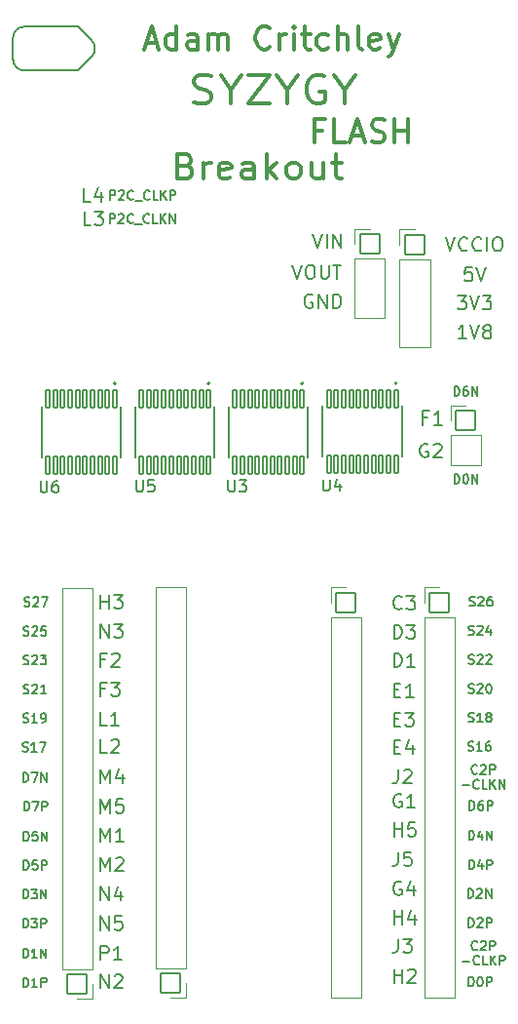
<source format=gbr>
%TF.GenerationSoftware,KiCad,Pcbnew,7.0.1*%
%TF.CreationDate,2023-09-03T17:39:20-04:00*%
%TF.ProjectId,syzygy-breakout-flash-LVL,73797a79-6779-42d6-9272-65616b6f7574,r1.0*%
%TF.SameCoordinates,PX66851e0PY4d70380*%
%TF.FileFunction,Legend,Top*%
%TF.FilePolarity,Positive*%
%FSLAX46Y46*%
G04 Gerber Fmt 4.6, Leading zero omitted, Abs format (unit mm)*
G04 Created by KiCad (PCBNEW 7.0.1) date 2023-09-03 17:39:20*
%MOMM*%
%LPD*%
G01*
G04 APERTURE LIST*
G04 Aperture macros list*
%AMRoundRect*
0 Rectangle with rounded corners*
0 $1 Rounding radius*
0 $2 $3 $4 $5 $6 $7 $8 $9 X,Y pos of 4 corners*
0 Add a 4 corners polygon primitive as box body*
4,1,4,$2,$3,$4,$5,$6,$7,$8,$9,$2,$3,0*
0 Add four circle primitives for the rounded corners*
1,1,$1+$1,$2,$3*
1,1,$1+$1,$4,$5*
1,1,$1+$1,$6,$7*
1,1,$1+$1,$8,$9*
0 Add four rect primitives between the rounded corners*
20,1,$1+$1,$2,$3,$4,$5,0*
20,1,$1+$1,$4,$5,$6,$7,0*
20,1,$1+$1,$6,$7,$8,$9,0*
20,1,$1+$1,$8,$9,$2,$3,0*%
G04 Aperture macros list end*
%ADD10C,0.150000*%
%ADD11C,0.200000*%
%ADD12C,0.300000*%
%ADD13C,0.127000*%
%ADD14C,0.120000*%
%ADD15RoundRect,0.071300X-0.184500X0.764500X-0.184500X-0.764500X0.184500X-0.764500X0.184500X0.764500X0*%
%ADD16RoundRect,0.050800X-0.850000X-0.850000X0.850000X-0.850000X0.850000X0.850000X-0.850000X0.850000X0*%
%ADD17O,1.801600X1.801600*%
%ADD18RoundRect,0.050800X0.850000X0.850000X-0.850000X0.850000X-0.850000X-0.850000X0.850000X-0.850000X0*%
%ADD19C,0.886460*%
%ADD20C,6.301600*%
%ADD21C,1.051600*%
G04 APERTURE END LIST*
D10*
X39524476Y-39882095D02*
X39524476Y-39082095D01*
X39524476Y-39082095D02*
X39714952Y-39082095D01*
X39714952Y-39082095D02*
X39829238Y-39120190D01*
X39829238Y-39120190D02*
X39905428Y-39196380D01*
X39905428Y-39196380D02*
X39943523Y-39272571D01*
X39943523Y-39272571D02*
X39981619Y-39424952D01*
X39981619Y-39424952D02*
X39981619Y-39539238D01*
X39981619Y-39539238D02*
X39943523Y-39691619D01*
X39943523Y-39691619D02*
X39905428Y-39767809D01*
X39905428Y-39767809D02*
X39829238Y-39844000D01*
X39829238Y-39844000D02*
X39714952Y-39882095D01*
X39714952Y-39882095D02*
X39524476Y-39882095D01*
X40476857Y-39082095D02*
X40553047Y-39082095D01*
X40553047Y-39082095D02*
X40629238Y-39120190D01*
X40629238Y-39120190D02*
X40667333Y-39158285D01*
X40667333Y-39158285D02*
X40705428Y-39234476D01*
X40705428Y-39234476D02*
X40743523Y-39386857D01*
X40743523Y-39386857D02*
X40743523Y-39577333D01*
X40743523Y-39577333D02*
X40705428Y-39729714D01*
X40705428Y-39729714D02*
X40667333Y-39805904D01*
X40667333Y-39805904D02*
X40629238Y-39844000D01*
X40629238Y-39844000D02*
X40553047Y-39882095D01*
X40553047Y-39882095D02*
X40476857Y-39882095D01*
X40476857Y-39882095D02*
X40400666Y-39844000D01*
X40400666Y-39844000D02*
X40362571Y-39805904D01*
X40362571Y-39805904D02*
X40324476Y-39729714D01*
X40324476Y-39729714D02*
X40286380Y-39577333D01*
X40286380Y-39577333D02*
X40286380Y-39386857D01*
X40286380Y-39386857D02*
X40324476Y-39234476D01*
X40324476Y-39234476D02*
X40362571Y-39158285D01*
X40362571Y-39158285D02*
X40400666Y-39120190D01*
X40400666Y-39120190D02*
X40476857Y-39082095D01*
X41086381Y-39882095D02*
X41086381Y-39082095D01*
X41086381Y-39082095D02*
X41543524Y-39882095D01*
X41543524Y-39882095D02*
X41543524Y-39082095D01*
D11*
X34971428Y-50709109D02*
X34914285Y-50766252D01*
X34914285Y-50766252D02*
X34742857Y-50823394D01*
X34742857Y-50823394D02*
X34628571Y-50823394D01*
X34628571Y-50823394D02*
X34457142Y-50766252D01*
X34457142Y-50766252D02*
X34342857Y-50651966D01*
X34342857Y-50651966D02*
X34285714Y-50537680D01*
X34285714Y-50537680D02*
X34228571Y-50309109D01*
X34228571Y-50309109D02*
X34228571Y-50137680D01*
X34228571Y-50137680D02*
X34285714Y-49909109D01*
X34285714Y-49909109D02*
X34342857Y-49794823D01*
X34342857Y-49794823D02*
X34457142Y-49680537D01*
X34457142Y-49680537D02*
X34628571Y-49623394D01*
X34628571Y-49623394D02*
X34742857Y-49623394D01*
X34742857Y-49623394D02*
X34914285Y-49680537D01*
X34914285Y-49680537D02*
X34971428Y-49737680D01*
X35371428Y-49623394D02*
X36114285Y-49623394D01*
X36114285Y-49623394D02*
X35714285Y-50080537D01*
X35714285Y-50080537D02*
X35885714Y-50080537D01*
X35885714Y-50080537D02*
X36000000Y-50137680D01*
X36000000Y-50137680D02*
X36057142Y-50194823D01*
X36057142Y-50194823D02*
X36114285Y-50309109D01*
X36114285Y-50309109D02*
X36114285Y-50594823D01*
X36114285Y-50594823D02*
X36057142Y-50709109D01*
X36057142Y-50709109D02*
X36000000Y-50766252D01*
X36000000Y-50766252D02*
X35885714Y-50823394D01*
X35885714Y-50823394D02*
X35542857Y-50823394D01*
X35542857Y-50823394D02*
X35428571Y-50766252D01*
X35428571Y-50766252D02*
X35371428Y-50709109D01*
X9357142Y-60869843D02*
X8785714Y-60869843D01*
X8785714Y-60869843D02*
X8785714Y-59669843D01*
X10385714Y-60869843D02*
X9700000Y-60869843D01*
X10042857Y-60869843D02*
X10042857Y-59669843D01*
X10042857Y-59669843D02*
X9928571Y-59841272D01*
X9928571Y-59841272D02*
X9814286Y-59955558D01*
X9814286Y-59955558D02*
X9700000Y-60012701D01*
D12*
X12720952Y-1611809D02*
X13673333Y-1611809D01*
X12530476Y-2183238D02*
X13197142Y-183238D01*
X13197142Y-183238D02*
X13863809Y-2183238D01*
X15387619Y-2183238D02*
X15387619Y-183238D01*
X15387619Y-2088000D02*
X15197143Y-2183238D01*
X15197143Y-2183238D02*
X14816190Y-2183238D01*
X14816190Y-2183238D02*
X14625714Y-2088000D01*
X14625714Y-2088000D02*
X14530476Y-1992761D01*
X14530476Y-1992761D02*
X14435238Y-1802285D01*
X14435238Y-1802285D02*
X14435238Y-1230857D01*
X14435238Y-1230857D02*
X14530476Y-1040380D01*
X14530476Y-1040380D02*
X14625714Y-945142D01*
X14625714Y-945142D02*
X14816190Y-849904D01*
X14816190Y-849904D02*
X15197143Y-849904D01*
X15197143Y-849904D02*
X15387619Y-945142D01*
X17197143Y-2183238D02*
X17197143Y-1135619D01*
X17197143Y-1135619D02*
X17101905Y-945142D01*
X17101905Y-945142D02*
X16911429Y-849904D01*
X16911429Y-849904D02*
X16530476Y-849904D01*
X16530476Y-849904D02*
X16340000Y-945142D01*
X17197143Y-2088000D02*
X17006667Y-2183238D01*
X17006667Y-2183238D02*
X16530476Y-2183238D01*
X16530476Y-2183238D02*
X16340000Y-2088000D01*
X16340000Y-2088000D02*
X16244762Y-1897523D01*
X16244762Y-1897523D02*
X16244762Y-1707047D01*
X16244762Y-1707047D02*
X16340000Y-1516571D01*
X16340000Y-1516571D02*
X16530476Y-1421333D01*
X16530476Y-1421333D02*
X17006667Y-1421333D01*
X17006667Y-1421333D02*
X17197143Y-1326095D01*
X18149524Y-2183238D02*
X18149524Y-849904D01*
X18149524Y-1040380D02*
X18244762Y-945142D01*
X18244762Y-945142D02*
X18435238Y-849904D01*
X18435238Y-849904D02*
X18720953Y-849904D01*
X18720953Y-849904D02*
X18911429Y-945142D01*
X18911429Y-945142D02*
X19006667Y-1135619D01*
X19006667Y-1135619D02*
X19006667Y-2183238D01*
X19006667Y-1135619D02*
X19101905Y-945142D01*
X19101905Y-945142D02*
X19292381Y-849904D01*
X19292381Y-849904D02*
X19578095Y-849904D01*
X19578095Y-849904D02*
X19768572Y-945142D01*
X19768572Y-945142D02*
X19863810Y-1135619D01*
X19863810Y-1135619D02*
X19863810Y-2183238D01*
X23482858Y-1992761D02*
X23387620Y-2088000D01*
X23387620Y-2088000D02*
X23101906Y-2183238D01*
X23101906Y-2183238D02*
X22911430Y-2183238D01*
X22911430Y-2183238D02*
X22625715Y-2088000D01*
X22625715Y-2088000D02*
X22435239Y-1897523D01*
X22435239Y-1897523D02*
X22340001Y-1707047D01*
X22340001Y-1707047D02*
X22244763Y-1326095D01*
X22244763Y-1326095D02*
X22244763Y-1040380D01*
X22244763Y-1040380D02*
X22340001Y-659428D01*
X22340001Y-659428D02*
X22435239Y-468952D01*
X22435239Y-468952D02*
X22625715Y-278476D01*
X22625715Y-278476D02*
X22911430Y-183238D01*
X22911430Y-183238D02*
X23101906Y-183238D01*
X23101906Y-183238D02*
X23387620Y-278476D01*
X23387620Y-278476D02*
X23482858Y-373714D01*
X24340001Y-2183238D02*
X24340001Y-849904D01*
X24340001Y-1230857D02*
X24435239Y-1040380D01*
X24435239Y-1040380D02*
X24530477Y-945142D01*
X24530477Y-945142D02*
X24720953Y-849904D01*
X24720953Y-849904D02*
X24911430Y-849904D01*
X25578096Y-2183238D02*
X25578096Y-849904D01*
X25578096Y-183238D02*
X25482858Y-278476D01*
X25482858Y-278476D02*
X25578096Y-373714D01*
X25578096Y-373714D02*
X25673334Y-278476D01*
X25673334Y-278476D02*
X25578096Y-183238D01*
X25578096Y-183238D02*
X25578096Y-373714D01*
X26244763Y-849904D02*
X27006667Y-849904D01*
X26530477Y-183238D02*
X26530477Y-1897523D01*
X26530477Y-1897523D02*
X26625715Y-2088000D01*
X26625715Y-2088000D02*
X26816191Y-2183238D01*
X26816191Y-2183238D02*
X27006667Y-2183238D01*
X28530477Y-2088000D02*
X28340001Y-2183238D01*
X28340001Y-2183238D02*
X27959048Y-2183238D01*
X27959048Y-2183238D02*
X27768572Y-2088000D01*
X27768572Y-2088000D02*
X27673334Y-1992761D01*
X27673334Y-1992761D02*
X27578096Y-1802285D01*
X27578096Y-1802285D02*
X27578096Y-1230857D01*
X27578096Y-1230857D02*
X27673334Y-1040380D01*
X27673334Y-1040380D02*
X27768572Y-945142D01*
X27768572Y-945142D02*
X27959048Y-849904D01*
X27959048Y-849904D02*
X28340001Y-849904D01*
X28340001Y-849904D02*
X28530477Y-945142D01*
X29387620Y-2183238D02*
X29387620Y-183238D01*
X30244763Y-2183238D02*
X30244763Y-1135619D01*
X30244763Y-1135619D02*
X30149525Y-945142D01*
X30149525Y-945142D02*
X29959049Y-849904D01*
X29959049Y-849904D02*
X29673334Y-849904D01*
X29673334Y-849904D02*
X29482858Y-945142D01*
X29482858Y-945142D02*
X29387620Y-1040380D01*
X31482858Y-2183238D02*
X31292382Y-2088000D01*
X31292382Y-2088000D02*
X31197144Y-1897523D01*
X31197144Y-1897523D02*
X31197144Y-183238D01*
X33006668Y-2088000D02*
X32816192Y-2183238D01*
X32816192Y-2183238D02*
X32435239Y-2183238D01*
X32435239Y-2183238D02*
X32244763Y-2088000D01*
X32244763Y-2088000D02*
X32149525Y-1897523D01*
X32149525Y-1897523D02*
X32149525Y-1135619D01*
X32149525Y-1135619D02*
X32244763Y-945142D01*
X32244763Y-945142D02*
X32435239Y-849904D01*
X32435239Y-849904D02*
X32816192Y-849904D01*
X32816192Y-849904D02*
X33006668Y-945142D01*
X33006668Y-945142D02*
X33101906Y-1135619D01*
X33101906Y-1135619D02*
X33101906Y-1326095D01*
X33101906Y-1326095D02*
X32149525Y-1516571D01*
X33768573Y-849904D02*
X34244763Y-2183238D01*
X34720954Y-849904D02*
X34244763Y-2183238D01*
X34244763Y-2183238D02*
X34054287Y-2659428D01*
X34054287Y-2659428D02*
X33959049Y-2754666D01*
X33959049Y-2754666D02*
X33768573Y-2849904D01*
D11*
X7911142Y-15417942D02*
X7339714Y-15417942D01*
X7339714Y-15417942D02*
X7339714Y-14217942D01*
X8825429Y-14617942D02*
X8825429Y-15417942D01*
X8539714Y-14160800D02*
X8254000Y-15017942D01*
X8254000Y-15017942D02*
X8996857Y-15017942D01*
D10*
X2037820Y-83578248D02*
X2037820Y-82778248D01*
X2037820Y-82778248D02*
X2228296Y-82778248D01*
X2228296Y-82778248D02*
X2342582Y-82816343D01*
X2342582Y-82816343D02*
X2418772Y-82892533D01*
X2418772Y-82892533D02*
X2456867Y-82968724D01*
X2456867Y-82968724D02*
X2494963Y-83121105D01*
X2494963Y-83121105D02*
X2494963Y-83235391D01*
X2494963Y-83235391D02*
X2456867Y-83387772D01*
X2456867Y-83387772D02*
X2418772Y-83463962D01*
X2418772Y-83463962D02*
X2342582Y-83540153D01*
X2342582Y-83540153D02*
X2228296Y-83578248D01*
X2228296Y-83578248D02*
X2037820Y-83578248D01*
X3256867Y-83578248D02*
X2799724Y-83578248D01*
X3028296Y-83578248D02*
X3028296Y-82778248D01*
X3028296Y-82778248D02*
X2952105Y-82892533D01*
X2952105Y-82892533D02*
X2875915Y-82968724D01*
X2875915Y-82968724D02*
X2799724Y-83006819D01*
X3599725Y-83578248D02*
X3599725Y-82778248D01*
X3599725Y-82778248D02*
X3904487Y-82778248D01*
X3904487Y-82778248D02*
X3980677Y-82816343D01*
X3980677Y-82816343D02*
X4018772Y-82854438D01*
X4018772Y-82854438D02*
X4056868Y-82930629D01*
X4056868Y-82930629D02*
X4056868Y-83044914D01*
X4056868Y-83044914D02*
X4018772Y-83121105D01*
X4018772Y-83121105D02*
X3980677Y-83159200D01*
X3980677Y-83159200D02*
X3904487Y-83197295D01*
X3904487Y-83197295D02*
X3599725Y-83197295D01*
D11*
X8785714Y-83693142D02*
X8785714Y-82493142D01*
X8785714Y-82493142D02*
X9471428Y-83693142D01*
X9471428Y-83693142D02*
X9471428Y-82493142D01*
X9985714Y-82607428D02*
X10042857Y-82550285D01*
X10042857Y-82550285D02*
X10157143Y-82493142D01*
X10157143Y-82493142D02*
X10442857Y-82493142D01*
X10442857Y-82493142D02*
X10557143Y-82550285D01*
X10557143Y-82550285D02*
X10614285Y-82607428D01*
X10614285Y-82607428D02*
X10671428Y-82721714D01*
X10671428Y-82721714D02*
X10671428Y-82836000D01*
X10671428Y-82836000D02*
X10614285Y-83007428D01*
X10614285Y-83007428D02*
X9928571Y-83693142D01*
X9928571Y-83693142D02*
X10671428Y-83693142D01*
X7938143Y-17449942D02*
X7366715Y-17449942D01*
X7366715Y-17449942D02*
X7366715Y-16249942D01*
X8223858Y-16249942D02*
X8966715Y-16249942D01*
X8966715Y-16249942D02*
X8566715Y-16707085D01*
X8566715Y-16707085D02*
X8738144Y-16707085D01*
X8738144Y-16707085D02*
X8852430Y-16764228D01*
X8852430Y-16764228D02*
X8909572Y-16821371D01*
X8909572Y-16821371D02*
X8966715Y-16935657D01*
X8966715Y-16935657D02*
X8966715Y-17221371D01*
X8966715Y-17221371D02*
X8909572Y-17335657D01*
X8909572Y-17335657D02*
X8852430Y-17392800D01*
X8852430Y-17392800D02*
X8738144Y-17449942D01*
X8738144Y-17449942D02*
X8395287Y-17449942D01*
X8395287Y-17449942D02*
X8281001Y-17392800D01*
X8281001Y-17392800D02*
X8223858Y-17335657D01*
D10*
X40757918Y-60536863D02*
X40872204Y-60574958D01*
X40872204Y-60574958D02*
X41062680Y-60574958D01*
X41062680Y-60574958D02*
X41138871Y-60536863D01*
X41138871Y-60536863D02*
X41176966Y-60498767D01*
X41176966Y-60498767D02*
X41215061Y-60422577D01*
X41215061Y-60422577D02*
X41215061Y-60346386D01*
X41215061Y-60346386D02*
X41176966Y-60270196D01*
X41176966Y-60270196D02*
X41138871Y-60232101D01*
X41138871Y-60232101D02*
X41062680Y-60194005D01*
X41062680Y-60194005D02*
X40910299Y-60155910D01*
X40910299Y-60155910D02*
X40834109Y-60117815D01*
X40834109Y-60117815D02*
X40796014Y-60079720D01*
X40796014Y-60079720D02*
X40757918Y-60003529D01*
X40757918Y-60003529D02*
X40757918Y-59927339D01*
X40757918Y-59927339D02*
X40796014Y-59851148D01*
X40796014Y-59851148D02*
X40834109Y-59813053D01*
X40834109Y-59813053D02*
X40910299Y-59774958D01*
X40910299Y-59774958D02*
X41100776Y-59774958D01*
X41100776Y-59774958D02*
X41215061Y-59813053D01*
X41976966Y-60574958D02*
X41519823Y-60574958D01*
X41748395Y-60574958D02*
X41748395Y-59774958D01*
X41748395Y-59774958D02*
X41672204Y-59889243D01*
X41672204Y-59889243D02*
X41596014Y-59965434D01*
X41596014Y-59965434D02*
X41519823Y-60003529D01*
X42434109Y-60117815D02*
X42357919Y-60079720D01*
X42357919Y-60079720D02*
X42319824Y-60041624D01*
X42319824Y-60041624D02*
X42281728Y-59965434D01*
X42281728Y-59965434D02*
X42281728Y-59927339D01*
X42281728Y-59927339D02*
X42319824Y-59851148D01*
X42319824Y-59851148D02*
X42357919Y-59813053D01*
X42357919Y-59813053D02*
X42434109Y-59774958D01*
X42434109Y-59774958D02*
X42586490Y-59774958D01*
X42586490Y-59774958D02*
X42662681Y-59813053D01*
X42662681Y-59813053D02*
X42700776Y-59851148D01*
X42700776Y-59851148D02*
X42738871Y-59927339D01*
X42738871Y-59927339D02*
X42738871Y-59965434D01*
X42738871Y-59965434D02*
X42700776Y-60041624D01*
X42700776Y-60041624D02*
X42662681Y-60079720D01*
X42662681Y-60079720D02*
X42586490Y-60117815D01*
X42586490Y-60117815D02*
X42434109Y-60117815D01*
X42434109Y-60117815D02*
X42357919Y-60155910D01*
X42357919Y-60155910D02*
X42319824Y-60194005D01*
X42319824Y-60194005D02*
X42281728Y-60270196D01*
X42281728Y-60270196D02*
X42281728Y-60422577D01*
X42281728Y-60422577D02*
X42319824Y-60498767D01*
X42319824Y-60498767D02*
X42357919Y-60536863D01*
X42357919Y-60536863D02*
X42434109Y-60574958D01*
X42434109Y-60574958D02*
X42586490Y-60574958D01*
X42586490Y-60574958D02*
X42662681Y-60536863D01*
X42662681Y-60536863D02*
X42700776Y-60498767D01*
X42700776Y-60498767D02*
X42738871Y-60422577D01*
X42738871Y-60422577D02*
X42738871Y-60270196D01*
X42738871Y-60270196D02*
X42700776Y-60194005D01*
X42700776Y-60194005D02*
X42662681Y-60155910D01*
X42662681Y-60155910D02*
X42586490Y-60117815D01*
X2018772Y-81067093D02*
X2018772Y-80267093D01*
X2018772Y-80267093D02*
X2209248Y-80267093D01*
X2209248Y-80267093D02*
X2323534Y-80305188D01*
X2323534Y-80305188D02*
X2399724Y-80381378D01*
X2399724Y-80381378D02*
X2437819Y-80457569D01*
X2437819Y-80457569D02*
X2475915Y-80609950D01*
X2475915Y-80609950D02*
X2475915Y-80724236D01*
X2475915Y-80724236D02*
X2437819Y-80876617D01*
X2437819Y-80876617D02*
X2399724Y-80952807D01*
X2399724Y-80952807D02*
X2323534Y-81028998D01*
X2323534Y-81028998D02*
X2209248Y-81067093D01*
X2209248Y-81067093D02*
X2018772Y-81067093D01*
X3237819Y-81067093D02*
X2780676Y-81067093D01*
X3009248Y-81067093D02*
X3009248Y-80267093D01*
X3009248Y-80267093D02*
X2933057Y-80381378D01*
X2933057Y-80381378D02*
X2856867Y-80457569D01*
X2856867Y-80457569D02*
X2780676Y-80495664D01*
X3580677Y-81067093D02*
X3580677Y-80267093D01*
X3580677Y-80267093D02*
X4037820Y-81067093D01*
X4037820Y-81067093D02*
X4037820Y-80267093D01*
D11*
X27173714Y-23495285D02*
X27059429Y-23438142D01*
X27059429Y-23438142D02*
X26888000Y-23438142D01*
X26888000Y-23438142D02*
X26716571Y-23495285D01*
X26716571Y-23495285D02*
X26602286Y-23609571D01*
X26602286Y-23609571D02*
X26545143Y-23723857D01*
X26545143Y-23723857D02*
X26488000Y-23952428D01*
X26488000Y-23952428D02*
X26488000Y-24123857D01*
X26488000Y-24123857D02*
X26545143Y-24352428D01*
X26545143Y-24352428D02*
X26602286Y-24466714D01*
X26602286Y-24466714D02*
X26716571Y-24581000D01*
X26716571Y-24581000D02*
X26888000Y-24638142D01*
X26888000Y-24638142D02*
X27002286Y-24638142D01*
X27002286Y-24638142D02*
X27173714Y-24581000D01*
X27173714Y-24581000D02*
X27230857Y-24523857D01*
X27230857Y-24523857D02*
X27230857Y-24123857D01*
X27230857Y-24123857D02*
X27002286Y-24123857D01*
X27745143Y-24638142D02*
X27745143Y-23438142D01*
X27745143Y-23438142D02*
X28430857Y-24638142D01*
X28430857Y-24638142D02*
X28430857Y-23438142D01*
X29002286Y-24638142D02*
X29002286Y-23438142D01*
X29002286Y-23438142D02*
X29288000Y-23438142D01*
X29288000Y-23438142D02*
X29459429Y-23495285D01*
X29459429Y-23495285D02*
X29573714Y-23609571D01*
X29573714Y-23609571D02*
X29630857Y-23723857D01*
X29630857Y-23723857D02*
X29688000Y-23952428D01*
X29688000Y-23952428D02*
X29688000Y-24123857D01*
X29688000Y-24123857D02*
X29630857Y-24352428D01*
X29630857Y-24352428D02*
X29573714Y-24466714D01*
X29573714Y-24466714D02*
X29459429Y-24581000D01*
X29459429Y-24581000D02*
X29288000Y-24638142D01*
X29288000Y-24638142D02*
X29002286Y-24638142D01*
D10*
X41524667Y-80291025D02*
X41486571Y-80329121D01*
X41486571Y-80329121D02*
X41372286Y-80367216D01*
X41372286Y-80367216D02*
X41296095Y-80367216D01*
X41296095Y-80367216D02*
X41181809Y-80329121D01*
X41181809Y-80329121D02*
X41105619Y-80252930D01*
X41105619Y-80252930D02*
X41067524Y-80176740D01*
X41067524Y-80176740D02*
X41029428Y-80024359D01*
X41029428Y-80024359D02*
X41029428Y-79910073D01*
X41029428Y-79910073D02*
X41067524Y-79757692D01*
X41067524Y-79757692D02*
X41105619Y-79681501D01*
X41105619Y-79681501D02*
X41181809Y-79605311D01*
X41181809Y-79605311D02*
X41296095Y-79567216D01*
X41296095Y-79567216D02*
X41372286Y-79567216D01*
X41372286Y-79567216D02*
X41486571Y-79605311D01*
X41486571Y-79605311D02*
X41524667Y-79643406D01*
X41829428Y-79643406D02*
X41867524Y-79605311D01*
X41867524Y-79605311D02*
X41943714Y-79567216D01*
X41943714Y-79567216D02*
X42134190Y-79567216D01*
X42134190Y-79567216D02*
X42210381Y-79605311D01*
X42210381Y-79605311D02*
X42248476Y-79643406D01*
X42248476Y-79643406D02*
X42286571Y-79719597D01*
X42286571Y-79719597D02*
X42286571Y-79795787D01*
X42286571Y-79795787D02*
X42248476Y-79910073D01*
X42248476Y-79910073D02*
X41791333Y-80367216D01*
X41791333Y-80367216D02*
X42286571Y-80367216D01*
X42629429Y-80367216D02*
X42629429Y-79567216D01*
X42629429Y-79567216D02*
X42934191Y-79567216D01*
X42934191Y-79567216D02*
X43010381Y-79605311D01*
X43010381Y-79605311D02*
X43048476Y-79643406D01*
X43048476Y-79643406D02*
X43086572Y-79719597D01*
X43086572Y-79719597D02*
X43086572Y-79833882D01*
X43086572Y-79833882D02*
X43048476Y-79910073D01*
X43048476Y-79910073D02*
X43010381Y-79948168D01*
X43010381Y-79948168D02*
X42934191Y-79986263D01*
X42934191Y-79986263D02*
X42629429Y-79986263D01*
X40229429Y-81358454D02*
X40838953Y-81358454D01*
X41677048Y-81587025D02*
X41638952Y-81625121D01*
X41638952Y-81625121D02*
X41524667Y-81663216D01*
X41524667Y-81663216D02*
X41448476Y-81663216D01*
X41448476Y-81663216D02*
X41334190Y-81625121D01*
X41334190Y-81625121D02*
X41258000Y-81548930D01*
X41258000Y-81548930D02*
X41219905Y-81472740D01*
X41219905Y-81472740D02*
X41181809Y-81320359D01*
X41181809Y-81320359D02*
X41181809Y-81206073D01*
X41181809Y-81206073D02*
X41219905Y-81053692D01*
X41219905Y-81053692D02*
X41258000Y-80977501D01*
X41258000Y-80977501D02*
X41334190Y-80901311D01*
X41334190Y-80901311D02*
X41448476Y-80863216D01*
X41448476Y-80863216D02*
X41524667Y-80863216D01*
X41524667Y-80863216D02*
X41638952Y-80901311D01*
X41638952Y-80901311D02*
X41677048Y-80939406D01*
X42400857Y-81663216D02*
X42019905Y-81663216D01*
X42019905Y-81663216D02*
X42019905Y-80863216D01*
X42667524Y-81663216D02*
X42667524Y-80863216D01*
X43124667Y-81663216D02*
X42781809Y-81206073D01*
X43124667Y-80863216D02*
X42667524Y-81320359D01*
X43467524Y-81663216D02*
X43467524Y-80863216D01*
X43467524Y-80863216D02*
X43772286Y-80863216D01*
X43772286Y-80863216D02*
X43848476Y-80901311D01*
X43848476Y-80901311D02*
X43886571Y-80939406D01*
X43886571Y-80939406D02*
X43924667Y-81015597D01*
X43924667Y-81015597D02*
X43924667Y-81129882D01*
X43924667Y-81129882D02*
X43886571Y-81206073D01*
X43886571Y-81206073D02*
X43848476Y-81244168D01*
X43848476Y-81244168D02*
X43772286Y-81282263D01*
X43772286Y-81282263D02*
X43467524Y-81282263D01*
D11*
X34285714Y-62723594D02*
X34685714Y-62723594D01*
X34857142Y-63352165D02*
X34285714Y-63352165D01*
X34285714Y-63352165D02*
X34285714Y-62152165D01*
X34285714Y-62152165D02*
X34857142Y-62152165D01*
X35885714Y-62552165D02*
X35885714Y-63352165D01*
X35599999Y-62095023D02*
X35314285Y-62952165D01*
X35314285Y-62952165D02*
X36057142Y-62952165D01*
D10*
X40784919Y-52976398D02*
X40899205Y-53014493D01*
X40899205Y-53014493D02*
X41089681Y-53014493D01*
X41089681Y-53014493D02*
X41165872Y-52976398D01*
X41165872Y-52976398D02*
X41203967Y-52938302D01*
X41203967Y-52938302D02*
X41242062Y-52862112D01*
X41242062Y-52862112D02*
X41242062Y-52785921D01*
X41242062Y-52785921D02*
X41203967Y-52709731D01*
X41203967Y-52709731D02*
X41165872Y-52671636D01*
X41165872Y-52671636D02*
X41089681Y-52633540D01*
X41089681Y-52633540D02*
X40937300Y-52595445D01*
X40937300Y-52595445D02*
X40861110Y-52557350D01*
X40861110Y-52557350D02*
X40823015Y-52519255D01*
X40823015Y-52519255D02*
X40784919Y-52443064D01*
X40784919Y-52443064D02*
X40784919Y-52366874D01*
X40784919Y-52366874D02*
X40823015Y-52290683D01*
X40823015Y-52290683D02*
X40861110Y-52252588D01*
X40861110Y-52252588D02*
X40937300Y-52214493D01*
X40937300Y-52214493D02*
X41127777Y-52214493D01*
X41127777Y-52214493D02*
X41242062Y-52252588D01*
X41546824Y-52290683D02*
X41584920Y-52252588D01*
X41584920Y-52252588D02*
X41661110Y-52214493D01*
X41661110Y-52214493D02*
X41851586Y-52214493D01*
X41851586Y-52214493D02*
X41927777Y-52252588D01*
X41927777Y-52252588D02*
X41965872Y-52290683D01*
X41965872Y-52290683D02*
X42003967Y-52366874D01*
X42003967Y-52366874D02*
X42003967Y-52443064D01*
X42003967Y-52443064D02*
X41965872Y-52557350D01*
X41965872Y-52557350D02*
X41508729Y-53014493D01*
X41508729Y-53014493D02*
X42003967Y-53014493D01*
X42689682Y-52481159D02*
X42689682Y-53014493D01*
X42499206Y-52176398D02*
X42308729Y-52747826D01*
X42308729Y-52747826D02*
X42803968Y-52747826D01*
D11*
X27231128Y-18231142D02*
X27631128Y-19431142D01*
X27631128Y-19431142D02*
X28031128Y-18231142D01*
X28431128Y-19431142D02*
X28431128Y-18231142D01*
X29002557Y-19431142D02*
X29002557Y-18231142D01*
X29002557Y-18231142D02*
X29688271Y-19431142D01*
X29688271Y-19431142D02*
X29688271Y-18231142D01*
D10*
X40738871Y-75857899D02*
X40738871Y-75057899D01*
X40738871Y-75057899D02*
X40929347Y-75057899D01*
X40929347Y-75057899D02*
X41043633Y-75095994D01*
X41043633Y-75095994D02*
X41119823Y-75172184D01*
X41119823Y-75172184D02*
X41157918Y-75248375D01*
X41157918Y-75248375D02*
X41196014Y-75400756D01*
X41196014Y-75400756D02*
X41196014Y-75515042D01*
X41196014Y-75515042D02*
X41157918Y-75667423D01*
X41157918Y-75667423D02*
X41119823Y-75743613D01*
X41119823Y-75743613D02*
X41043633Y-75819804D01*
X41043633Y-75819804D02*
X40929347Y-75857899D01*
X40929347Y-75857899D02*
X40738871Y-75857899D01*
X41500775Y-75134089D02*
X41538871Y-75095994D01*
X41538871Y-75095994D02*
X41615061Y-75057899D01*
X41615061Y-75057899D02*
X41805537Y-75057899D01*
X41805537Y-75057899D02*
X41881728Y-75095994D01*
X41881728Y-75095994D02*
X41919823Y-75134089D01*
X41919823Y-75134089D02*
X41957918Y-75210280D01*
X41957918Y-75210280D02*
X41957918Y-75286470D01*
X41957918Y-75286470D02*
X41919823Y-75400756D01*
X41919823Y-75400756D02*
X41462680Y-75857899D01*
X41462680Y-75857899D02*
X41957918Y-75857899D01*
X42300776Y-75857899D02*
X42300776Y-75057899D01*
X42300776Y-75057899D02*
X42757919Y-75857899D01*
X42757919Y-75857899D02*
X42757919Y-75057899D01*
D11*
X9185714Y-55173177D02*
X8785714Y-55173177D01*
X8785714Y-55801748D02*
X8785714Y-54601748D01*
X8785714Y-54601748D02*
X9357142Y-54601748D01*
X9757142Y-54716034D02*
X9814285Y-54658891D01*
X9814285Y-54658891D02*
X9928571Y-54601748D01*
X9928571Y-54601748D02*
X10214285Y-54601748D01*
X10214285Y-54601748D02*
X10328571Y-54658891D01*
X10328571Y-54658891D02*
X10385713Y-54716034D01*
X10385713Y-54716034D02*
X10442856Y-54830320D01*
X10442856Y-54830320D02*
X10442856Y-54944606D01*
X10442856Y-54944606D02*
X10385713Y-55116034D01*
X10385713Y-55116034D02*
X9699999Y-55801748D01*
X9699999Y-55801748D02*
X10442856Y-55801748D01*
X34285714Y-53334548D02*
X34285714Y-52134548D01*
X34285714Y-52134548D02*
X34571428Y-52134548D01*
X34571428Y-52134548D02*
X34742857Y-52191691D01*
X34742857Y-52191691D02*
X34857142Y-52305977D01*
X34857142Y-52305977D02*
X34914285Y-52420263D01*
X34914285Y-52420263D02*
X34971428Y-52648834D01*
X34971428Y-52648834D02*
X34971428Y-52820263D01*
X34971428Y-52820263D02*
X34914285Y-53048834D01*
X34914285Y-53048834D02*
X34857142Y-53163120D01*
X34857142Y-53163120D02*
X34742857Y-53277406D01*
X34742857Y-53277406D02*
X34571428Y-53334548D01*
X34571428Y-53334548D02*
X34285714Y-53334548D01*
X35371428Y-52134548D02*
X36114285Y-52134548D01*
X36114285Y-52134548D02*
X35714285Y-52591691D01*
X35714285Y-52591691D02*
X35885714Y-52591691D01*
X35885714Y-52591691D02*
X36000000Y-52648834D01*
X36000000Y-52648834D02*
X36057142Y-52705977D01*
X36057142Y-52705977D02*
X36114285Y-52820263D01*
X36114285Y-52820263D02*
X36114285Y-53105977D01*
X36114285Y-53105977D02*
X36057142Y-53220263D01*
X36057142Y-53220263D02*
X36000000Y-53277406D01*
X36000000Y-53277406D02*
X35885714Y-53334548D01*
X35885714Y-53334548D02*
X35542857Y-53334548D01*
X35542857Y-53334548D02*
X35428571Y-53277406D01*
X35428571Y-53277406D02*
X35371428Y-53220263D01*
D10*
X40811922Y-73346744D02*
X40811922Y-72546744D01*
X40811922Y-72546744D02*
X41002398Y-72546744D01*
X41002398Y-72546744D02*
X41116684Y-72584839D01*
X41116684Y-72584839D02*
X41192874Y-72661029D01*
X41192874Y-72661029D02*
X41230969Y-72737220D01*
X41230969Y-72737220D02*
X41269065Y-72889601D01*
X41269065Y-72889601D02*
X41269065Y-73003887D01*
X41269065Y-73003887D02*
X41230969Y-73156268D01*
X41230969Y-73156268D02*
X41192874Y-73232458D01*
X41192874Y-73232458D02*
X41116684Y-73308649D01*
X41116684Y-73308649D02*
X41002398Y-73346744D01*
X41002398Y-73346744D02*
X40811922Y-73346744D01*
X41954779Y-72813410D02*
X41954779Y-73346744D01*
X41764303Y-72508649D02*
X41573826Y-73080077D01*
X41573826Y-73080077D02*
X42069065Y-73080077D01*
X42373827Y-73346744D02*
X42373827Y-72546744D01*
X42373827Y-72546744D02*
X42678589Y-72546744D01*
X42678589Y-72546744D02*
X42754779Y-72584839D01*
X42754779Y-72584839D02*
X42792874Y-72622934D01*
X42792874Y-72622934D02*
X42830970Y-72699125D01*
X42830970Y-72699125D02*
X42830970Y-72813410D01*
X42830970Y-72813410D02*
X42792874Y-72889601D01*
X42792874Y-72889601D02*
X42754779Y-72927696D01*
X42754779Y-72927696D02*
X42678589Y-72965791D01*
X42678589Y-72965791D02*
X42373827Y-72965791D01*
X9576906Y-17264895D02*
X9576906Y-16464895D01*
X9576906Y-16464895D02*
X9881668Y-16464895D01*
X9881668Y-16464895D02*
X9957858Y-16502990D01*
X9957858Y-16502990D02*
X9995953Y-16541085D01*
X9995953Y-16541085D02*
X10034049Y-16617276D01*
X10034049Y-16617276D02*
X10034049Y-16731561D01*
X10034049Y-16731561D02*
X9995953Y-16807752D01*
X9995953Y-16807752D02*
X9957858Y-16845847D01*
X9957858Y-16845847D02*
X9881668Y-16883942D01*
X9881668Y-16883942D02*
X9576906Y-16883942D01*
X10338810Y-16541085D02*
X10376906Y-16502990D01*
X10376906Y-16502990D02*
X10453096Y-16464895D01*
X10453096Y-16464895D02*
X10643572Y-16464895D01*
X10643572Y-16464895D02*
X10719763Y-16502990D01*
X10719763Y-16502990D02*
X10757858Y-16541085D01*
X10757858Y-16541085D02*
X10795953Y-16617276D01*
X10795953Y-16617276D02*
X10795953Y-16693466D01*
X10795953Y-16693466D02*
X10757858Y-16807752D01*
X10757858Y-16807752D02*
X10300715Y-17264895D01*
X10300715Y-17264895D02*
X10795953Y-17264895D01*
X11595954Y-17188704D02*
X11557858Y-17226800D01*
X11557858Y-17226800D02*
X11443573Y-17264895D01*
X11443573Y-17264895D02*
X11367382Y-17264895D01*
X11367382Y-17264895D02*
X11253096Y-17226800D01*
X11253096Y-17226800D02*
X11176906Y-17150609D01*
X11176906Y-17150609D02*
X11138811Y-17074419D01*
X11138811Y-17074419D02*
X11100715Y-16922038D01*
X11100715Y-16922038D02*
X11100715Y-16807752D01*
X11100715Y-16807752D02*
X11138811Y-16655371D01*
X11138811Y-16655371D02*
X11176906Y-16579180D01*
X11176906Y-16579180D02*
X11253096Y-16502990D01*
X11253096Y-16502990D02*
X11367382Y-16464895D01*
X11367382Y-16464895D02*
X11443573Y-16464895D01*
X11443573Y-16464895D02*
X11557858Y-16502990D01*
X11557858Y-16502990D02*
X11595954Y-16541085D01*
X11748335Y-17341085D02*
X12357858Y-17341085D01*
X13005478Y-17188704D02*
X12967382Y-17226800D01*
X12967382Y-17226800D02*
X12853097Y-17264895D01*
X12853097Y-17264895D02*
X12776906Y-17264895D01*
X12776906Y-17264895D02*
X12662620Y-17226800D01*
X12662620Y-17226800D02*
X12586430Y-17150609D01*
X12586430Y-17150609D02*
X12548335Y-17074419D01*
X12548335Y-17074419D02*
X12510239Y-16922038D01*
X12510239Y-16922038D02*
X12510239Y-16807752D01*
X12510239Y-16807752D02*
X12548335Y-16655371D01*
X12548335Y-16655371D02*
X12586430Y-16579180D01*
X12586430Y-16579180D02*
X12662620Y-16502990D01*
X12662620Y-16502990D02*
X12776906Y-16464895D01*
X12776906Y-16464895D02*
X12853097Y-16464895D01*
X12853097Y-16464895D02*
X12967382Y-16502990D01*
X12967382Y-16502990D02*
X13005478Y-16541085D01*
X13729287Y-17264895D02*
X13348335Y-17264895D01*
X13348335Y-17264895D02*
X13348335Y-16464895D01*
X13995954Y-17264895D02*
X13995954Y-16464895D01*
X14453097Y-17264895D02*
X14110239Y-16807752D01*
X14453097Y-16464895D02*
X13995954Y-16922038D01*
X14795954Y-17264895D02*
X14795954Y-16464895D01*
X14795954Y-16464895D02*
X15253097Y-17264895D01*
X15253097Y-17264895D02*
X15253097Y-16464895D01*
X41524667Y-65008085D02*
X41486571Y-65046181D01*
X41486571Y-65046181D02*
X41372286Y-65084276D01*
X41372286Y-65084276D02*
X41296095Y-65084276D01*
X41296095Y-65084276D02*
X41181809Y-65046181D01*
X41181809Y-65046181D02*
X41105619Y-64969990D01*
X41105619Y-64969990D02*
X41067524Y-64893800D01*
X41067524Y-64893800D02*
X41029428Y-64741419D01*
X41029428Y-64741419D02*
X41029428Y-64627133D01*
X41029428Y-64627133D02*
X41067524Y-64474752D01*
X41067524Y-64474752D02*
X41105619Y-64398561D01*
X41105619Y-64398561D02*
X41181809Y-64322371D01*
X41181809Y-64322371D02*
X41296095Y-64284276D01*
X41296095Y-64284276D02*
X41372286Y-64284276D01*
X41372286Y-64284276D02*
X41486571Y-64322371D01*
X41486571Y-64322371D02*
X41524667Y-64360466D01*
X41829428Y-64360466D02*
X41867524Y-64322371D01*
X41867524Y-64322371D02*
X41943714Y-64284276D01*
X41943714Y-64284276D02*
X42134190Y-64284276D01*
X42134190Y-64284276D02*
X42210381Y-64322371D01*
X42210381Y-64322371D02*
X42248476Y-64360466D01*
X42248476Y-64360466D02*
X42286571Y-64436657D01*
X42286571Y-64436657D02*
X42286571Y-64512847D01*
X42286571Y-64512847D02*
X42248476Y-64627133D01*
X42248476Y-64627133D02*
X41791333Y-65084276D01*
X41791333Y-65084276D02*
X42286571Y-65084276D01*
X42629429Y-65084276D02*
X42629429Y-64284276D01*
X42629429Y-64284276D02*
X42934191Y-64284276D01*
X42934191Y-64284276D02*
X43010381Y-64322371D01*
X43010381Y-64322371D02*
X43048476Y-64360466D01*
X43048476Y-64360466D02*
X43086572Y-64436657D01*
X43086572Y-64436657D02*
X43086572Y-64550942D01*
X43086572Y-64550942D02*
X43048476Y-64627133D01*
X43048476Y-64627133D02*
X43010381Y-64665228D01*
X43010381Y-64665228D02*
X42934191Y-64703323D01*
X42934191Y-64703323D02*
X42629429Y-64703323D01*
X40210381Y-66075514D02*
X40819905Y-66075514D01*
X41658000Y-66304085D02*
X41619904Y-66342181D01*
X41619904Y-66342181D02*
X41505619Y-66380276D01*
X41505619Y-66380276D02*
X41429428Y-66380276D01*
X41429428Y-66380276D02*
X41315142Y-66342181D01*
X41315142Y-66342181D02*
X41238952Y-66265990D01*
X41238952Y-66265990D02*
X41200857Y-66189800D01*
X41200857Y-66189800D02*
X41162761Y-66037419D01*
X41162761Y-66037419D02*
X41162761Y-65923133D01*
X41162761Y-65923133D02*
X41200857Y-65770752D01*
X41200857Y-65770752D02*
X41238952Y-65694561D01*
X41238952Y-65694561D02*
X41315142Y-65618371D01*
X41315142Y-65618371D02*
X41429428Y-65580276D01*
X41429428Y-65580276D02*
X41505619Y-65580276D01*
X41505619Y-65580276D02*
X41619904Y-65618371D01*
X41619904Y-65618371D02*
X41658000Y-65656466D01*
X42381809Y-66380276D02*
X42000857Y-66380276D01*
X42000857Y-66380276D02*
X42000857Y-65580276D01*
X42648476Y-66380276D02*
X42648476Y-65580276D01*
X43105619Y-66380276D02*
X42762761Y-65923133D01*
X43105619Y-65580276D02*
X42648476Y-66037419D01*
X43448476Y-66380276D02*
X43448476Y-65580276D01*
X43448476Y-65580276D02*
X43905619Y-66380276D01*
X43905619Y-66380276D02*
X43905619Y-65580276D01*
X2072775Y-70887467D02*
X2072775Y-70087467D01*
X2072775Y-70087467D02*
X2263251Y-70087467D01*
X2263251Y-70087467D02*
X2377537Y-70125562D01*
X2377537Y-70125562D02*
X2453727Y-70201752D01*
X2453727Y-70201752D02*
X2491822Y-70277943D01*
X2491822Y-70277943D02*
X2529918Y-70430324D01*
X2529918Y-70430324D02*
X2529918Y-70544610D01*
X2529918Y-70544610D02*
X2491822Y-70696991D01*
X2491822Y-70696991D02*
X2453727Y-70773181D01*
X2453727Y-70773181D02*
X2377537Y-70849372D01*
X2377537Y-70849372D02*
X2263251Y-70887467D01*
X2263251Y-70887467D02*
X2072775Y-70887467D01*
X3253727Y-70087467D02*
X2872775Y-70087467D01*
X2872775Y-70087467D02*
X2834679Y-70468419D01*
X2834679Y-70468419D02*
X2872775Y-70430324D01*
X2872775Y-70430324D02*
X2948965Y-70392229D01*
X2948965Y-70392229D02*
X3139441Y-70392229D01*
X3139441Y-70392229D02*
X3215632Y-70430324D01*
X3215632Y-70430324D02*
X3253727Y-70468419D01*
X3253727Y-70468419D02*
X3291822Y-70544610D01*
X3291822Y-70544610D02*
X3291822Y-70735086D01*
X3291822Y-70735086D02*
X3253727Y-70811276D01*
X3253727Y-70811276D02*
X3215632Y-70849372D01*
X3215632Y-70849372D02*
X3139441Y-70887467D01*
X3139441Y-70887467D02*
X2948965Y-70887467D01*
X2948965Y-70887467D02*
X2872775Y-70849372D01*
X2872775Y-70849372D02*
X2834679Y-70811276D01*
X3634680Y-70887467D02*
X3634680Y-70087467D01*
X3634680Y-70087467D02*
X4091823Y-70887467D01*
X4091823Y-70887467D02*
X4091823Y-70087467D01*
D11*
X34285714Y-83225388D02*
X34285714Y-82025388D01*
X34285714Y-82596817D02*
X34971428Y-82596817D01*
X34971428Y-83225388D02*
X34971428Y-82025388D01*
X35485714Y-82139674D02*
X35542857Y-82082531D01*
X35542857Y-82082531D02*
X35657143Y-82025388D01*
X35657143Y-82025388D02*
X35942857Y-82025388D01*
X35942857Y-82025388D02*
X36057143Y-82082531D01*
X36057143Y-82082531D02*
X36114285Y-82139674D01*
X36114285Y-82139674D02*
X36171428Y-82253960D01*
X36171428Y-82253960D02*
X36171428Y-82368246D01*
X36171428Y-82368246D02*
X36114285Y-82539674D01*
X36114285Y-82539674D02*
X35428571Y-83225388D01*
X35428571Y-83225388D02*
X36171428Y-83225388D01*
X8785714Y-53267701D02*
X8785714Y-52067701D01*
X8785714Y-52067701D02*
X9471428Y-53267701D01*
X9471428Y-53267701D02*
X9471428Y-52067701D01*
X9928571Y-52067701D02*
X10671428Y-52067701D01*
X10671428Y-52067701D02*
X10271428Y-52524844D01*
X10271428Y-52524844D02*
X10442857Y-52524844D01*
X10442857Y-52524844D02*
X10557143Y-52581987D01*
X10557143Y-52581987D02*
X10614285Y-52639130D01*
X10614285Y-52639130D02*
X10671428Y-52753416D01*
X10671428Y-52753416D02*
X10671428Y-53039130D01*
X10671428Y-53039130D02*
X10614285Y-53153416D01*
X10614285Y-53153416D02*
X10557143Y-53210559D01*
X10557143Y-53210559D02*
X10442857Y-53267701D01*
X10442857Y-53267701D02*
X10100000Y-53267701D01*
X10100000Y-53267701D02*
X9985714Y-53210559D01*
X9985714Y-53210559D02*
X9928571Y-53153416D01*
D10*
X40730916Y-63048018D02*
X40845202Y-63086113D01*
X40845202Y-63086113D02*
X41035678Y-63086113D01*
X41035678Y-63086113D02*
X41111869Y-63048018D01*
X41111869Y-63048018D02*
X41149964Y-63009922D01*
X41149964Y-63009922D02*
X41188059Y-62933732D01*
X41188059Y-62933732D02*
X41188059Y-62857541D01*
X41188059Y-62857541D02*
X41149964Y-62781351D01*
X41149964Y-62781351D02*
X41111869Y-62743256D01*
X41111869Y-62743256D02*
X41035678Y-62705160D01*
X41035678Y-62705160D02*
X40883297Y-62667065D01*
X40883297Y-62667065D02*
X40807107Y-62628970D01*
X40807107Y-62628970D02*
X40769012Y-62590875D01*
X40769012Y-62590875D02*
X40730916Y-62514684D01*
X40730916Y-62514684D02*
X40730916Y-62438494D01*
X40730916Y-62438494D02*
X40769012Y-62362303D01*
X40769012Y-62362303D02*
X40807107Y-62324208D01*
X40807107Y-62324208D02*
X40883297Y-62286113D01*
X40883297Y-62286113D02*
X41073774Y-62286113D01*
X41073774Y-62286113D02*
X41188059Y-62324208D01*
X41949964Y-63086113D02*
X41492821Y-63086113D01*
X41721393Y-63086113D02*
X41721393Y-62286113D01*
X41721393Y-62286113D02*
X41645202Y-62400398D01*
X41645202Y-62400398D02*
X41569012Y-62476589D01*
X41569012Y-62476589D02*
X41492821Y-62514684D01*
X42635679Y-62286113D02*
X42483298Y-62286113D01*
X42483298Y-62286113D02*
X42407107Y-62324208D01*
X42407107Y-62324208D02*
X42369012Y-62362303D01*
X42369012Y-62362303D02*
X42292822Y-62476589D01*
X42292822Y-62476589D02*
X42254726Y-62628970D01*
X42254726Y-62628970D02*
X42254726Y-62933732D01*
X42254726Y-62933732D02*
X42292822Y-63009922D01*
X42292822Y-63009922D02*
X42330917Y-63048018D01*
X42330917Y-63048018D02*
X42407107Y-63086113D01*
X42407107Y-63086113D02*
X42559488Y-63086113D01*
X42559488Y-63086113D02*
X42635679Y-63048018D01*
X42635679Y-63048018D02*
X42673774Y-63009922D01*
X42673774Y-63009922D02*
X42711869Y-62933732D01*
X42711869Y-62933732D02*
X42711869Y-62743256D01*
X42711869Y-62743256D02*
X42673774Y-62667065D01*
X42673774Y-62667065D02*
X42635679Y-62628970D01*
X42635679Y-62628970D02*
X42559488Y-62590875D01*
X42559488Y-62590875D02*
X42407107Y-62590875D01*
X42407107Y-62590875D02*
X42330917Y-62628970D01*
X42330917Y-62628970D02*
X42292822Y-62667065D01*
X42292822Y-62667065D02*
X42254726Y-62743256D01*
D11*
X34914285Y-74468062D02*
X34800000Y-74410919D01*
X34800000Y-74410919D02*
X34628571Y-74410919D01*
X34628571Y-74410919D02*
X34457142Y-74468062D01*
X34457142Y-74468062D02*
X34342857Y-74582348D01*
X34342857Y-74582348D02*
X34285714Y-74696634D01*
X34285714Y-74696634D02*
X34228571Y-74925205D01*
X34228571Y-74925205D02*
X34228571Y-75096634D01*
X34228571Y-75096634D02*
X34285714Y-75325205D01*
X34285714Y-75325205D02*
X34342857Y-75439491D01*
X34342857Y-75439491D02*
X34457142Y-75553777D01*
X34457142Y-75553777D02*
X34628571Y-75610919D01*
X34628571Y-75610919D02*
X34742857Y-75610919D01*
X34742857Y-75610919D02*
X34914285Y-75553777D01*
X34914285Y-75553777D02*
X34971428Y-75496634D01*
X34971428Y-75496634D02*
X34971428Y-75096634D01*
X34971428Y-75096634D02*
X34742857Y-75096634D01*
X36000000Y-74810919D02*
X36000000Y-75610919D01*
X35714285Y-74353777D02*
X35428571Y-75210919D01*
X35428571Y-75210919D02*
X36171428Y-75210919D01*
D10*
X40784919Y-55487552D02*
X40899205Y-55525647D01*
X40899205Y-55525647D02*
X41089681Y-55525647D01*
X41089681Y-55525647D02*
X41165872Y-55487552D01*
X41165872Y-55487552D02*
X41203967Y-55449456D01*
X41203967Y-55449456D02*
X41242062Y-55373266D01*
X41242062Y-55373266D02*
X41242062Y-55297075D01*
X41242062Y-55297075D02*
X41203967Y-55220885D01*
X41203967Y-55220885D02*
X41165872Y-55182790D01*
X41165872Y-55182790D02*
X41089681Y-55144694D01*
X41089681Y-55144694D02*
X40937300Y-55106599D01*
X40937300Y-55106599D02*
X40861110Y-55068504D01*
X40861110Y-55068504D02*
X40823015Y-55030409D01*
X40823015Y-55030409D02*
X40784919Y-54954218D01*
X40784919Y-54954218D02*
X40784919Y-54878028D01*
X40784919Y-54878028D02*
X40823015Y-54801837D01*
X40823015Y-54801837D02*
X40861110Y-54763742D01*
X40861110Y-54763742D02*
X40937300Y-54725647D01*
X40937300Y-54725647D02*
X41127777Y-54725647D01*
X41127777Y-54725647D02*
X41242062Y-54763742D01*
X41546824Y-54801837D02*
X41584920Y-54763742D01*
X41584920Y-54763742D02*
X41661110Y-54725647D01*
X41661110Y-54725647D02*
X41851586Y-54725647D01*
X41851586Y-54725647D02*
X41927777Y-54763742D01*
X41927777Y-54763742D02*
X41965872Y-54801837D01*
X41965872Y-54801837D02*
X42003967Y-54878028D01*
X42003967Y-54878028D02*
X42003967Y-54954218D01*
X42003967Y-54954218D02*
X41965872Y-55068504D01*
X41965872Y-55068504D02*
X41508729Y-55525647D01*
X41508729Y-55525647D02*
X42003967Y-55525647D01*
X42308729Y-54801837D02*
X42346825Y-54763742D01*
X42346825Y-54763742D02*
X42423015Y-54725647D01*
X42423015Y-54725647D02*
X42613491Y-54725647D01*
X42613491Y-54725647D02*
X42689682Y-54763742D01*
X42689682Y-54763742D02*
X42727777Y-54801837D01*
X42727777Y-54801837D02*
X42765872Y-54878028D01*
X42765872Y-54878028D02*
X42765872Y-54954218D01*
X42765872Y-54954218D02*
X42727777Y-55068504D01*
X42727777Y-55068504D02*
X42270634Y-55525647D01*
X42270634Y-55525647D02*
X42765872Y-55525647D01*
X2064820Y-53028275D02*
X2179106Y-53066370D01*
X2179106Y-53066370D02*
X2369582Y-53066370D01*
X2369582Y-53066370D02*
X2445773Y-53028275D01*
X2445773Y-53028275D02*
X2483868Y-52990179D01*
X2483868Y-52990179D02*
X2521963Y-52913989D01*
X2521963Y-52913989D02*
X2521963Y-52837798D01*
X2521963Y-52837798D02*
X2483868Y-52761608D01*
X2483868Y-52761608D02*
X2445773Y-52723513D01*
X2445773Y-52723513D02*
X2369582Y-52685417D01*
X2369582Y-52685417D02*
X2217201Y-52647322D01*
X2217201Y-52647322D02*
X2141011Y-52609227D01*
X2141011Y-52609227D02*
X2102916Y-52571132D01*
X2102916Y-52571132D02*
X2064820Y-52494941D01*
X2064820Y-52494941D02*
X2064820Y-52418751D01*
X2064820Y-52418751D02*
X2102916Y-52342560D01*
X2102916Y-52342560D02*
X2141011Y-52304465D01*
X2141011Y-52304465D02*
X2217201Y-52266370D01*
X2217201Y-52266370D02*
X2407678Y-52266370D01*
X2407678Y-52266370D02*
X2521963Y-52304465D01*
X2826725Y-52342560D02*
X2864821Y-52304465D01*
X2864821Y-52304465D02*
X2941011Y-52266370D01*
X2941011Y-52266370D02*
X3131487Y-52266370D01*
X3131487Y-52266370D02*
X3207678Y-52304465D01*
X3207678Y-52304465D02*
X3245773Y-52342560D01*
X3245773Y-52342560D02*
X3283868Y-52418751D01*
X3283868Y-52418751D02*
X3283868Y-52494941D01*
X3283868Y-52494941D02*
X3245773Y-52609227D01*
X3245773Y-52609227D02*
X2788630Y-53066370D01*
X2788630Y-53066370D02*
X3283868Y-53066370D01*
X4007678Y-52266370D02*
X3626726Y-52266370D01*
X3626726Y-52266370D02*
X3588630Y-52647322D01*
X3588630Y-52647322D02*
X3626726Y-52609227D01*
X3626726Y-52609227D02*
X3702916Y-52571132D01*
X3702916Y-52571132D02*
X3893392Y-52571132D01*
X3893392Y-52571132D02*
X3969583Y-52609227D01*
X3969583Y-52609227D02*
X4007678Y-52647322D01*
X4007678Y-52647322D02*
X4045773Y-52723513D01*
X4045773Y-52723513D02*
X4045773Y-52913989D01*
X4045773Y-52913989D02*
X4007678Y-52990179D01*
X4007678Y-52990179D02*
X3969583Y-53028275D01*
X3969583Y-53028275D02*
X3893392Y-53066370D01*
X3893392Y-53066370D02*
X3702916Y-53066370D01*
X3702916Y-53066370D02*
X3626726Y-53028275D01*
X3626726Y-53028275D02*
X3588630Y-52990179D01*
D11*
X34914285Y-66870989D02*
X34800000Y-66813846D01*
X34800000Y-66813846D02*
X34628571Y-66813846D01*
X34628571Y-66813846D02*
X34457142Y-66870989D01*
X34457142Y-66870989D02*
X34342857Y-66985275D01*
X34342857Y-66985275D02*
X34285714Y-67099561D01*
X34285714Y-67099561D02*
X34228571Y-67328132D01*
X34228571Y-67328132D02*
X34228571Y-67499561D01*
X34228571Y-67499561D02*
X34285714Y-67728132D01*
X34285714Y-67728132D02*
X34342857Y-67842418D01*
X34342857Y-67842418D02*
X34457142Y-67956704D01*
X34457142Y-67956704D02*
X34628571Y-68013846D01*
X34628571Y-68013846D02*
X34742857Y-68013846D01*
X34742857Y-68013846D02*
X34914285Y-67956704D01*
X34914285Y-67956704D02*
X34971428Y-67899561D01*
X34971428Y-67899561D02*
X34971428Y-67499561D01*
X34971428Y-67499561D02*
X34742857Y-67499561D01*
X36114285Y-68013846D02*
X35428571Y-68013846D01*
X35771428Y-68013846D02*
X35771428Y-66813846D01*
X35771428Y-66813846D02*
X35657142Y-66985275D01*
X35657142Y-66985275D02*
X35542857Y-67099561D01*
X35542857Y-67099561D02*
X35428571Y-67156704D01*
D10*
X40784919Y-58025709D02*
X40899205Y-58063804D01*
X40899205Y-58063804D02*
X41089681Y-58063804D01*
X41089681Y-58063804D02*
X41165872Y-58025709D01*
X41165872Y-58025709D02*
X41203967Y-57987613D01*
X41203967Y-57987613D02*
X41242062Y-57911423D01*
X41242062Y-57911423D02*
X41242062Y-57835232D01*
X41242062Y-57835232D02*
X41203967Y-57759042D01*
X41203967Y-57759042D02*
X41165872Y-57720947D01*
X41165872Y-57720947D02*
X41089681Y-57682851D01*
X41089681Y-57682851D02*
X40937300Y-57644756D01*
X40937300Y-57644756D02*
X40861110Y-57606661D01*
X40861110Y-57606661D02*
X40823015Y-57568566D01*
X40823015Y-57568566D02*
X40784919Y-57492375D01*
X40784919Y-57492375D02*
X40784919Y-57416185D01*
X40784919Y-57416185D02*
X40823015Y-57339994D01*
X40823015Y-57339994D02*
X40861110Y-57301899D01*
X40861110Y-57301899D02*
X40937300Y-57263804D01*
X40937300Y-57263804D02*
X41127777Y-57263804D01*
X41127777Y-57263804D02*
X41242062Y-57301899D01*
X41546824Y-57339994D02*
X41584920Y-57301899D01*
X41584920Y-57301899D02*
X41661110Y-57263804D01*
X41661110Y-57263804D02*
X41851586Y-57263804D01*
X41851586Y-57263804D02*
X41927777Y-57301899D01*
X41927777Y-57301899D02*
X41965872Y-57339994D01*
X41965872Y-57339994D02*
X42003967Y-57416185D01*
X42003967Y-57416185D02*
X42003967Y-57492375D01*
X42003967Y-57492375D02*
X41965872Y-57606661D01*
X41965872Y-57606661D02*
X41508729Y-58063804D01*
X41508729Y-58063804D02*
X42003967Y-58063804D01*
X42499206Y-57263804D02*
X42575396Y-57263804D01*
X42575396Y-57263804D02*
X42651587Y-57301899D01*
X42651587Y-57301899D02*
X42689682Y-57339994D01*
X42689682Y-57339994D02*
X42727777Y-57416185D01*
X42727777Y-57416185D02*
X42765872Y-57568566D01*
X42765872Y-57568566D02*
X42765872Y-57759042D01*
X42765872Y-57759042D02*
X42727777Y-57911423D01*
X42727777Y-57911423D02*
X42689682Y-57987613D01*
X42689682Y-57987613D02*
X42651587Y-58025709D01*
X42651587Y-58025709D02*
X42575396Y-58063804D01*
X42575396Y-58063804D02*
X42499206Y-58063804D01*
X42499206Y-58063804D02*
X42423015Y-58025709D01*
X42423015Y-58025709D02*
X42384920Y-57987613D01*
X42384920Y-57987613D02*
X42346825Y-57911423D01*
X42346825Y-57911423D02*
X42308729Y-57759042D01*
X42308729Y-57759042D02*
X42308729Y-57568566D01*
X42308729Y-57568566D02*
X42346825Y-57416185D01*
X42346825Y-57416185D02*
X42384920Y-57339994D01*
X42384920Y-57339994D02*
X42423015Y-57301899D01*
X42423015Y-57301899D02*
X42499206Y-57263804D01*
X2145825Y-50517120D02*
X2260111Y-50555215D01*
X2260111Y-50555215D02*
X2450587Y-50555215D01*
X2450587Y-50555215D02*
X2526778Y-50517120D01*
X2526778Y-50517120D02*
X2564873Y-50479024D01*
X2564873Y-50479024D02*
X2602968Y-50402834D01*
X2602968Y-50402834D02*
X2602968Y-50326643D01*
X2602968Y-50326643D02*
X2564873Y-50250453D01*
X2564873Y-50250453D02*
X2526778Y-50212358D01*
X2526778Y-50212358D02*
X2450587Y-50174262D01*
X2450587Y-50174262D02*
X2298206Y-50136167D01*
X2298206Y-50136167D02*
X2222016Y-50098072D01*
X2222016Y-50098072D02*
X2183921Y-50059977D01*
X2183921Y-50059977D02*
X2145825Y-49983786D01*
X2145825Y-49983786D02*
X2145825Y-49907596D01*
X2145825Y-49907596D02*
X2183921Y-49831405D01*
X2183921Y-49831405D02*
X2222016Y-49793310D01*
X2222016Y-49793310D02*
X2298206Y-49755215D01*
X2298206Y-49755215D02*
X2488683Y-49755215D01*
X2488683Y-49755215D02*
X2602968Y-49793310D01*
X2907730Y-49831405D02*
X2945826Y-49793310D01*
X2945826Y-49793310D02*
X3022016Y-49755215D01*
X3022016Y-49755215D02*
X3212492Y-49755215D01*
X3212492Y-49755215D02*
X3288683Y-49793310D01*
X3288683Y-49793310D02*
X3326778Y-49831405D01*
X3326778Y-49831405D02*
X3364873Y-49907596D01*
X3364873Y-49907596D02*
X3364873Y-49983786D01*
X3364873Y-49983786D02*
X3326778Y-50098072D01*
X3326778Y-50098072D02*
X2869635Y-50555215D01*
X2869635Y-50555215D02*
X3364873Y-50555215D01*
X3631540Y-49755215D02*
X4164874Y-49755215D01*
X4164874Y-49755215D02*
X3822016Y-50555215D01*
X2045773Y-65784153D02*
X2045773Y-64984153D01*
X2045773Y-64984153D02*
X2236249Y-64984153D01*
X2236249Y-64984153D02*
X2350535Y-65022248D01*
X2350535Y-65022248D02*
X2426725Y-65098438D01*
X2426725Y-65098438D02*
X2464820Y-65174629D01*
X2464820Y-65174629D02*
X2502916Y-65327010D01*
X2502916Y-65327010D02*
X2502916Y-65441296D01*
X2502916Y-65441296D02*
X2464820Y-65593677D01*
X2464820Y-65593677D02*
X2426725Y-65669867D01*
X2426725Y-65669867D02*
X2350535Y-65746058D01*
X2350535Y-65746058D02*
X2236249Y-65784153D01*
X2236249Y-65784153D02*
X2045773Y-65784153D01*
X2769582Y-64984153D02*
X3302916Y-64984153D01*
X3302916Y-64984153D02*
X2960058Y-65784153D01*
X3607678Y-65784153D02*
X3607678Y-64984153D01*
X3607678Y-64984153D02*
X4064821Y-65784153D01*
X4064821Y-65784153D02*
X4064821Y-64984153D01*
D12*
X16194285Y-12297800D02*
X16522857Y-12397800D01*
X16522857Y-12397800D02*
X16632380Y-12497800D01*
X16632380Y-12497800D02*
X16741904Y-12697800D01*
X16741904Y-12697800D02*
X16741904Y-12997800D01*
X16741904Y-12997800D02*
X16632380Y-13197800D01*
X16632380Y-13197800D02*
X16522857Y-13297800D01*
X16522857Y-13297800D02*
X16303809Y-13397800D01*
X16303809Y-13397800D02*
X15427619Y-13397800D01*
X15427619Y-13397800D02*
X15427619Y-11297800D01*
X15427619Y-11297800D02*
X16194285Y-11297800D01*
X16194285Y-11297800D02*
X16413333Y-11397800D01*
X16413333Y-11397800D02*
X16522857Y-11497800D01*
X16522857Y-11497800D02*
X16632380Y-11697800D01*
X16632380Y-11697800D02*
X16632380Y-11897800D01*
X16632380Y-11897800D02*
X16522857Y-12097800D01*
X16522857Y-12097800D02*
X16413333Y-12197800D01*
X16413333Y-12197800D02*
X16194285Y-12297800D01*
X16194285Y-12297800D02*
X15427619Y-12297800D01*
X17727619Y-13397800D02*
X17727619Y-11997800D01*
X17727619Y-12397800D02*
X17837142Y-12197800D01*
X17837142Y-12197800D02*
X17946666Y-12097800D01*
X17946666Y-12097800D02*
X18165714Y-11997800D01*
X18165714Y-11997800D02*
X18384761Y-11997800D01*
X20027619Y-13297800D02*
X19808571Y-13397800D01*
X19808571Y-13397800D02*
X19370476Y-13397800D01*
X19370476Y-13397800D02*
X19151429Y-13297800D01*
X19151429Y-13297800D02*
X19041905Y-13097800D01*
X19041905Y-13097800D02*
X19041905Y-12297800D01*
X19041905Y-12297800D02*
X19151429Y-12097800D01*
X19151429Y-12097800D02*
X19370476Y-11997800D01*
X19370476Y-11997800D02*
X19808571Y-11997800D01*
X19808571Y-11997800D02*
X20027619Y-12097800D01*
X20027619Y-12097800D02*
X20137143Y-12297800D01*
X20137143Y-12297800D02*
X20137143Y-12497800D01*
X20137143Y-12497800D02*
X19041905Y-12697800D01*
X22108572Y-13397800D02*
X22108572Y-12297800D01*
X22108572Y-12297800D02*
X21999048Y-12097800D01*
X21999048Y-12097800D02*
X21780000Y-11997800D01*
X21780000Y-11997800D02*
X21341905Y-11997800D01*
X21341905Y-11997800D02*
X21122858Y-12097800D01*
X22108572Y-13297800D02*
X21889524Y-13397800D01*
X21889524Y-13397800D02*
X21341905Y-13397800D01*
X21341905Y-13397800D02*
X21122858Y-13297800D01*
X21122858Y-13297800D02*
X21013334Y-13097800D01*
X21013334Y-13097800D02*
X21013334Y-12897800D01*
X21013334Y-12897800D02*
X21122858Y-12697800D01*
X21122858Y-12697800D02*
X21341905Y-12597800D01*
X21341905Y-12597800D02*
X21889524Y-12597800D01*
X21889524Y-12597800D02*
X22108572Y-12497800D01*
X23203810Y-13397800D02*
X23203810Y-11297800D01*
X23422857Y-12597800D02*
X24080000Y-13397800D01*
X24080000Y-11997800D02*
X23203810Y-12797800D01*
X25394286Y-13397800D02*
X25175238Y-13297800D01*
X25175238Y-13297800D02*
X25065715Y-13197800D01*
X25065715Y-13197800D02*
X24956191Y-12997800D01*
X24956191Y-12997800D02*
X24956191Y-12397800D01*
X24956191Y-12397800D02*
X25065715Y-12197800D01*
X25065715Y-12197800D02*
X25175238Y-12097800D01*
X25175238Y-12097800D02*
X25394286Y-11997800D01*
X25394286Y-11997800D02*
X25722857Y-11997800D01*
X25722857Y-11997800D02*
X25941905Y-12097800D01*
X25941905Y-12097800D02*
X26051429Y-12197800D01*
X26051429Y-12197800D02*
X26160953Y-12397800D01*
X26160953Y-12397800D02*
X26160953Y-12997800D01*
X26160953Y-12997800D02*
X26051429Y-13197800D01*
X26051429Y-13197800D02*
X25941905Y-13297800D01*
X25941905Y-13297800D02*
X25722857Y-13397800D01*
X25722857Y-13397800D02*
X25394286Y-13397800D01*
X28132381Y-11997800D02*
X28132381Y-13397800D01*
X27146667Y-11997800D02*
X27146667Y-13097800D01*
X27146667Y-13097800D02*
X27256190Y-13297800D01*
X27256190Y-13297800D02*
X27475238Y-13397800D01*
X27475238Y-13397800D02*
X27803809Y-13397800D01*
X27803809Y-13397800D02*
X28022857Y-13297800D01*
X28022857Y-13297800D02*
X28132381Y-13197800D01*
X28899047Y-11997800D02*
X29775238Y-11997800D01*
X29227619Y-11297800D02*
X29227619Y-13097800D01*
X29227619Y-13097800D02*
X29337142Y-13297800D01*
X29337142Y-13297800D02*
X29556190Y-13397800D01*
X29556190Y-13397800D02*
X29775238Y-13397800D01*
D10*
X2037819Y-60588740D02*
X2152105Y-60626835D01*
X2152105Y-60626835D02*
X2342581Y-60626835D01*
X2342581Y-60626835D02*
X2418772Y-60588740D01*
X2418772Y-60588740D02*
X2456867Y-60550644D01*
X2456867Y-60550644D02*
X2494962Y-60474454D01*
X2494962Y-60474454D02*
X2494962Y-60398263D01*
X2494962Y-60398263D02*
X2456867Y-60322073D01*
X2456867Y-60322073D02*
X2418772Y-60283978D01*
X2418772Y-60283978D02*
X2342581Y-60245882D01*
X2342581Y-60245882D02*
X2190200Y-60207787D01*
X2190200Y-60207787D02*
X2114010Y-60169692D01*
X2114010Y-60169692D02*
X2075915Y-60131597D01*
X2075915Y-60131597D02*
X2037819Y-60055406D01*
X2037819Y-60055406D02*
X2037819Y-59979216D01*
X2037819Y-59979216D02*
X2075915Y-59903025D01*
X2075915Y-59903025D02*
X2114010Y-59864930D01*
X2114010Y-59864930D02*
X2190200Y-59826835D01*
X2190200Y-59826835D02*
X2380677Y-59826835D01*
X2380677Y-59826835D02*
X2494962Y-59864930D01*
X3256867Y-60626835D02*
X2799724Y-60626835D01*
X3028296Y-60626835D02*
X3028296Y-59826835D01*
X3028296Y-59826835D02*
X2952105Y-59941120D01*
X2952105Y-59941120D02*
X2875915Y-60017311D01*
X2875915Y-60017311D02*
X2799724Y-60055406D01*
X3637820Y-60626835D02*
X3790201Y-60626835D01*
X3790201Y-60626835D02*
X3866391Y-60588740D01*
X3866391Y-60588740D02*
X3904487Y-60550644D01*
X3904487Y-60550644D02*
X3980677Y-60436359D01*
X3980677Y-60436359D02*
X4018772Y-60283978D01*
X4018772Y-60283978D02*
X4018772Y-59979216D01*
X4018772Y-59979216D02*
X3980677Y-59903025D01*
X3980677Y-59903025D02*
X3942582Y-59864930D01*
X3942582Y-59864930D02*
X3866391Y-59826835D01*
X3866391Y-59826835D02*
X3714010Y-59826835D01*
X3714010Y-59826835D02*
X3637820Y-59864930D01*
X3637820Y-59864930D02*
X3599725Y-59903025D01*
X3599725Y-59903025D02*
X3561629Y-59979216D01*
X3561629Y-59979216D02*
X3561629Y-60169692D01*
X3561629Y-60169692D02*
X3599725Y-60245882D01*
X3599725Y-60245882D02*
X3637820Y-60283978D01*
X3637820Y-60283978D02*
X3714010Y-60322073D01*
X3714010Y-60322073D02*
X3866391Y-60322073D01*
X3866391Y-60322073D02*
X3942582Y-60283978D01*
X3942582Y-60283978D02*
X3980677Y-60245882D01*
X3980677Y-60245882D02*
X4018772Y-60169692D01*
D11*
X34285714Y-55791699D02*
X34285714Y-54591699D01*
X34285714Y-54591699D02*
X34571428Y-54591699D01*
X34571428Y-54591699D02*
X34742857Y-54648842D01*
X34742857Y-54648842D02*
X34857142Y-54763128D01*
X34857142Y-54763128D02*
X34914285Y-54877414D01*
X34914285Y-54877414D02*
X34971428Y-55105985D01*
X34971428Y-55105985D02*
X34971428Y-55277414D01*
X34971428Y-55277414D02*
X34914285Y-55505985D01*
X34914285Y-55505985D02*
X34857142Y-55620271D01*
X34857142Y-55620271D02*
X34742857Y-55734557D01*
X34742857Y-55734557D02*
X34571428Y-55791699D01*
X34571428Y-55791699D02*
X34285714Y-55791699D01*
X36114285Y-55791699D02*
X35428571Y-55791699D01*
X35771428Y-55791699D02*
X35771428Y-54591699D01*
X35771428Y-54591699D02*
X35657142Y-54763128D01*
X35657142Y-54763128D02*
X35542857Y-54877414D01*
X35542857Y-54877414D02*
X35428571Y-54934557D01*
X34285714Y-60320446D02*
X34685714Y-60320446D01*
X34857142Y-60949017D02*
X34285714Y-60949017D01*
X34285714Y-60949017D02*
X34285714Y-59749017D01*
X34285714Y-59749017D02*
X34857142Y-59749017D01*
X35257142Y-59749017D02*
X35999999Y-59749017D01*
X35999999Y-59749017D02*
X35599999Y-60206160D01*
X35599999Y-60206160D02*
X35771428Y-60206160D01*
X35771428Y-60206160D02*
X35885714Y-60263303D01*
X35885714Y-60263303D02*
X35942856Y-60320446D01*
X35942856Y-60320446D02*
X35999999Y-60434732D01*
X35999999Y-60434732D02*
X35999999Y-60720446D01*
X35999999Y-60720446D02*
X35942856Y-60834732D01*
X35942856Y-60834732D02*
X35885714Y-60891875D01*
X35885714Y-60891875D02*
X35771428Y-60949017D01*
X35771428Y-60949017D02*
X35428571Y-60949017D01*
X35428571Y-60949017D02*
X35314285Y-60891875D01*
X35314285Y-60891875D02*
X35257142Y-60834732D01*
D10*
X2118825Y-68268306D02*
X2118825Y-67468306D01*
X2118825Y-67468306D02*
X2309301Y-67468306D01*
X2309301Y-67468306D02*
X2423587Y-67506401D01*
X2423587Y-67506401D02*
X2499777Y-67582591D01*
X2499777Y-67582591D02*
X2537872Y-67658782D01*
X2537872Y-67658782D02*
X2575968Y-67811163D01*
X2575968Y-67811163D02*
X2575968Y-67925449D01*
X2575968Y-67925449D02*
X2537872Y-68077830D01*
X2537872Y-68077830D02*
X2499777Y-68154020D01*
X2499777Y-68154020D02*
X2423587Y-68230211D01*
X2423587Y-68230211D02*
X2309301Y-68268306D01*
X2309301Y-68268306D02*
X2118825Y-68268306D01*
X2842634Y-67468306D02*
X3375968Y-67468306D01*
X3375968Y-67468306D02*
X3033110Y-68268306D01*
X3680730Y-68268306D02*
X3680730Y-67468306D01*
X3680730Y-67468306D02*
X3985492Y-67468306D01*
X3985492Y-67468306D02*
X4061682Y-67506401D01*
X4061682Y-67506401D02*
X4099777Y-67544496D01*
X4099777Y-67544496D02*
X4137873Y-67620687D01*
X4137873Y-67620687D02*
X4137873Y-67734972D01*
X4137873Y-67734972D02*
X4099777Y-67811163D01*
X4099777Y-67811163D02*
X4061682Y-67849258D01*
X4061682Y-67849258D02*
X3985492Y-67887353D01*
X3985492Y-67887353D02*
X3680730Y-67887353D01*
X40865924Y-50465243D02*
X40980210Y-50503338D01*
X40980210Y-50503338D02*
X41170686Y-50503338D01*
X41170686Y-50503338D02*
X41246877Y-50465243D01*
X41246877Y-50465243D02*
X41284972Y-50427147D01*
X41284972Y-50427147D02*
X41323067Y-50350957D01*
X41323067Y-50350957D02*
X41323067Y-50274766D01*
X41323067Y-50274766D02*
X41284972Y-50198576D01*
X41284972Y-50198576D02*
X41246877Y-50160481D01*
X41246877Y-50160481D02*
X41170686Y-50122385D01*
X41170686Y-50122385D02*
X41018305Y-50084290D01*
X41018305Y-50084290D02*
X40942115Y-50046195D01*
X40942115Y-50046195D02*
X40904020Y-50008100D01*
X40904020Y-50008100D02*
X40865924Y-49931909D01*
X40865924Y-49931909D02*
X40865924Y-49855719D01*
X40865924Y-49855719D02*
X40904020Y-49779528D01*
X40904020Y-49779528D02*
X40942115Y-49741433D01*
X40942115Y-49741433D02*
X41018305Y-49703338D01*
X41018305Y-49703338D02*
X41208782Y-49703338D01*
X41208782Y-49703338D02*
X41323067Y-49741433D01*
X41627829Y-49779528D02*
X41665925Y-49741433D01*
X41665925Y-49741433D02*
X41742115Y-49703338D01*
X41742115Y-49703338D02*
X41932591Y-49703338D01*
X41932591Y-49703338D02*
X42008782Y-49741433D01*
X42008782Y-49741433D02*
X42046877Y-49779528D01*
X42046877Y-49779528D02*
X42084972Y-49855719D01*
X42084972Y-49855719D02*
X42084972Y-49931909D01*
X42084972Y-49931909D02*
X42046877Y-50046195D01*
X42046877Y-50046195D02*
X41589734Y-50503338D01*
X41589734Y-50503338D02*
X42084972Y-50503338D01*
X42770687Y-49703338D02*
X42618306Y-49703338D01*
X42618306Y-49703338D02*
X42542115Y-49741433D01*
X42542115Y-49741433D02*
X42504020Y-49779528D01*
X42504020Y-49779528D02*
X42427830Y-49893814D01*
X42427830Y-49893814D02*
X42389734Y-50046195D01*
X42389734Y-50046195D02*
X42389734Y-50350957D01*
X42389734Y-50350957D02*
X42427830Y-50427147D01*
X42427830Y-50427147D02*
X42465925Y-50465243D01*
X42465925Y-50465243D02*
X42542115Y-50503338D01*
X42542115Y-50503338D02*
X42694496Y-50503338D01*
X42694496Y-50503338D02*
X42770687Y-50465243D01*
X42770687Y-50465243D02*
X42808782Y-50427147D01*
X42808782Y-50427147D02*
X42846877Y-50350957D01*
X42846877Y-50350957D02*
X42846877Y-50160481D01*
X42846877Y-50160481D02*
X42808782Y-50084290D01*
X42808782Y-50084290D02*
X42770687Y-50046195D01*
X42770687Y-50046195D02*
X42694496Y-50008100D01*
X42694496Y-50008100D02*
X42542115Y-50008100D01*
X42542115Y-50008100D02*
X42465925Y-50046195D01*
X42465925Y-50046195D02*
X42427830Y-50084290D01*
X42427830Y-50084290D02*
X42389734Y-50160481D01*
D11*
X40553143Y-27305142D02*
X39867429Y-27305142D01*
X40210286Y-27305142D02*
X40210286Y-26105142D01*
X40210286Y-26105142D02*
X40096000Y-26276571D01*
X40096000Y-26276571D02*
X39981715Y-26390857D01*
X39981715Y-26390857D02*
X39867429Y-26448000D01*
X40896000Y-26105142D02*
X41296000Y-27305142D01*
X41296000Y-27305142D02*
X41696000Y-26105142D01*
X42267428Y-26619428D02*
X42153143Y-26562285D01*
X42153143Y-26562285D02*
X42096000Y-26505142D01*
X42096000Y-26505142D02*
X42038857Y-26390857D01*
X42038857Y-26390857D02*
X42038857Y-26333714D01*
X42038857Y-26333714D02*
X42096000Y-26219428D01*
X42096000Y-26219428D02*
X42153143Y-26162285D01*
X42153143Y-26162285D02*
X42267428Y-26105142D01*
X42267428Y-26105142D02*
X42496000Y-26105142D01*
X42496000Y-26105142D02*
X42610286Y-26162285D01*
X42610286Y-26162285D02*
X42667428Y-26219428D01*
X42667428Y-26219428D02*
X42724571Y-26333714D01*
X42724571Y-26333714D02*
X42724571Y-26390857D01*
X42724571Y-26390857D02*
X42667428Y-26505142D01*
X42667428Y-26505142D02*
X42610286Y-26562285D01*
X42610286Y-26562285D02*
X42496000Y-26619428D01*
X42496000Y-26619428D02*
X42267428Y-26619428D01*
X42267428Y-26619428D02*
X42153143Y-26676571D01*
X42153143Y-26676571D02*
X42096000Y-26733714D01*
X42096000Y-26733714D02*
X42038857Y-26848000D01*
X42038857Y-26848000D02*
X42038857Y-27076571D01*
X42038857Y-27076571D02*
X42096000Y-27190857D01*
X42096000Y-27190857D02*
X42153143Y-27248000D01*
X42153143Y-27248000D02*
X42267428Y-27305142D01*
X42267428Y-27305142D02*
X42496000Y-27305142D01*
X42496000Y-27305142D02*
X42610286Y-27248000D01*
X42610286Y-27248000D02*
X42667428Y-27190857D01*
X42667428Y-27190857D02*
X42724571Y-27076571D01*
X42724571Y-27076571D02*
X42724571Y-26848000D01*
X42724571Y-26848000D02*
X42667428Y-26733714D01*
X42667428Y-26733714D02*
X42610286Y-26676571D01*
X42610286Y-26676571D02*
X42496000Y-26619428D01*
X8785714Y-65884022D02*
X8785714Y-64684022D01*
X8785714Y-64684022D02*
X9185714Y-65541165D01*
X9185714Y-65541165D02*
X9585714Y-64684022D01*
X9585714Y-64684022D02*
X9585714Y-65884022D01*
X10671429Y-65084022D02*
X10671429Y-65884022D01*
X10385714Y-64626880D02*
X10100000Y-65484022D01*
X10100000Y-65484022D02*
X10842857Y-65484022D01*
X34285714Y-57782290D02*
X34685714Y-57782290D01*
X34857142Y-58410861D02*
X34285714Y-58410861D01*
X34285714Y-58410861D02*
X34285714Y-57210861D01*
X34285714Y-57210861D02*
X34857142Y-57210861D01*
X35999999Y-58410861D02*
X35314285Y-58410861D01*
X35657142Y-58410861D02*
X35657142Y-57210861D01*
X35657142Y-57210861D02*
X35542856Y-57382290D01*
X35542856Y-57382290D02*
X35428571Y-57496576D01*
X35428571Y-57496576D02*
X35314285Y-57553719D01*
D10*
X2091823Y-73398621D02*
X2091823Y-72598621D01*
X2091823Y-72598621D02*
X2282299Y-72598621D01*
X2282299Y-72598621D02*
X2396585Y-72636716D01*
X2396585Y-72636716D02*
X2472775Y-72712906D01*
X2472775Y-72712906D02*
X2510870Y-72789097D01*
X2510870Y-72789097D02*
X2548966Y-72941478D01*
X2548966Y-72941478D02*
X2548966Y-73055764D01*
X2548966Y-73055764D02*
X2510870Y-73208145D01*
X2510870Y-73208145D02*
X2472775Y-73284335D01*
X2472775Y-73284335D02*
X2396585Y-73360526D01*
X2396585Y-73360526D02*
X2282299Y-73398621D01*
X2282299Y-73398621D02*
X2091823Y-73398621D01*
X3272775Y-72598621D02*
X2891823Y-72598621D01*
X2891823Y-72598621D02*
X2853727Y-72979573D01*
X2853727Y-72979573D02*
X2891823Y-72941478D01*
X2891823Y-72941478D02*
X2968013Y-72903383D01*
X2968013Y-72903383D02*
X3158489Y-72903383D01*
X3158489Y-72903383D02*
X3234680Y-72941478D01*
X3234680Y-72941478D02*
X3272775Y-72979573D01*
X3272775Y-72979573D02*
X3310870Y-73055764D01*
X3310870Y-73055764D02*
X3310870Y-73246240D01*
X3310870Y-73246240D02*
X3272775Y-73322430D01*
X3272775Y-73322430D02*
X3234680Y-73360526D01*
X3234680Y-73360526D02*
X3158489Y-73398621D01*
X3158489Y-73398621D02*
X2968013Y-73398621D01*
X2968013Y-73398621D02*
X2891823Y-73360526D01*
X2891823Y-73360526D02*
X2853727Y-73322430D01*
X3653728Y-73398621D02*
X3653728Y-72598621D01*
X3653728Y-72598621D02*
X3958490Y-72598621D01*
X3958490Y-72598621D02*
X4034680Y-72636716D01*
X4034680Y-72636716D02*
X4072775Y-72674811D01*
X4072775Y-72674811D02*
X4110871Y-72751002D01*
X4110871Y-72751002D02*
X4110871Y-72865287D01*
X4110871Y-72865287D02*
X4072775Y-72941478D01*
X4072775Y-72941478D02*
X4034680Y-72979573D01*
X4034680Y-72979573D02*
X3958490Y-73017668D01*
X3958490Y-73017668D02*
X3653728Y-73017668D01*
D11*
X8785714Y-76074127D02*
X8785714Y-74874127D01*
X8785714Y-74874127D02*
X9471428Y-76074127D01*
X9471428Y-76074127D02*
X9471428Y-74874127D01*
X10557143Y-75274127D02*
X10557143Y-76074127D01*
X10271428Y-74816985D02*
X9985714Y-75674127D01*
X9985714Y-75674127D02*
X10728571Y-75674127D01*
D10*
X40757919Y-78396055D02*
X40757919Y-77596055D01*
X40757919Y-77596055D02*
X40948395Y-77596055D01*
X40948395Y-77596055D02*
X41062681Y-77634150D01*
X41062681Y-77634150D02*
X41138871Y-77710340D01*
X41138871Y-77710340D02*
X41176966Y-77786531D01*
X41176966Y-77786531D02*
X41215062Y-77938912D01*
X41215062Y-77938912D02*
X41215062Y-78053198D01*
X41215062Y-78053198D02*
X41176966Y-78205579D01*
X41176966Y-78205579D02*
X41138871Y-78281769D01*
X41138871Y-78281769D02*
X41062681Y-78357960D01*
X41062681Y-78357960D02*
X40948395Y-78396055D01*
X40948395Y-78396055D02*
X40757919Y-78396055D01*
X41519823Y-77672245D02*
X41557919Y-77634150D01*
X41557919Y-77634150D02*
X41634109Y-77596055D01*
X41634109Y-77596055D02*
X41824585Y-77596055D01*
X41824585Y-77596055D02*
X41900776Y-77634150D01*
X41900776Y-77634150D02*
X41938871Y-77672245D01*
X41938871Y-77672245D02*
X41976966Y-77748436D01*
X41976966Y-77748436D02*
X41976966Y-77824626D01*
X41976966Y-77824626D02*
X41938871Y-77938912D01*
X41938871Y-77938912D02*
X41481728Y-78396055D01*
X41481728Y-78396055D02*
X41976966Y-78396055D01*
X42319824Y-78396055D02*
X42319824Y-77596055D01*
X42319824Y-77596055D02*
X42624586Y-77596055D01*
X42624586Y-77596055D02*
X42700776Y-77634150D01*
X42700776Y-77634150D02*
X42738871Y-77672245D01*
X42738871Y-77672245D02*
X42776967Y-77748436D01*
X42776967Y-77748436D02*
X42776967Y-77862721D01*
X42776967Y-77862721D02*
X42738871Y-77938912D01*
X42738871Y-77938912D02*
X42700776Y-77977007D01*
X42700776Y-77977007D02*
X42624586Y-78015102D01*
X42624586Y-78015102D02*
X42319824Y-78015102D01*
D11*
X8785714Y-50733653D02*
X8785714Y-49533653D01*
X8785714Y-50105082D02*
X9471428Y-50105082D01*
X9471428Y-50733653D02*
X9471428Y-49533653D01*
X9928571Y-49533653D02*
X10671428Y-49533653D01*
X10671428Y-49533653D02*
X10271428Y-49990796D01*
X10271428Y-49990796D02*
X10442857Y-49990796D01*
X10442857Y-49990796D02*
X10557143Y-50047939D01*
X10557143Y-50047939D02*
X10614285Y-50105082D01*
X10614285Y-50105082D02*
X10671428Y-50219368D01*
X10671428Y-50219368D02*
X10671428Y-50505082D01*
X10671428Y-50505082D02*
X10614285Y-50619368D01*
X10614285Y-50619368D02*
X10557143Y-50676511D01*
X10557143Y-50676511D02*
X10442857Y-50733653D01*
X10442857Y-50733653D02*
X10100000Y-50733653D01*
X10100000Y-50733653D02*
X9985714Y-50676511D01*
X9985714Y-50676511D02*
X9928571Y-50619368D01*
X34628571Y-64711525D02*
X34628571Y-65568668D01*
X34628571Y-65568668D02*
X34571428Y-65740097D01*
X34571428Y-65740097D02*
X34457142Y-65854383D01*
X34457142Y-65854383D02*
X34285714Y-65911525D01*
X34285714Y-65911525D02*
X34171428Y-65911525D01*
X35142857Y-64825811D02*
X35200000Y-64768668D01*
X35200000Y-64768668D02*
X35314286Y-64711525D01*
X35314286Y-64711525D02*
X35600000Y-64711525D01*
X35600000Y-64711525D02*
X35714286Y-64768668D01*
X35714286Y-64768668D02*
X35771428Y-64825811D01*
X35771428Y-64825811D02*
X35828571Y-64940097D01*
X35828571Y-64940097D02*
X35828571Y-65054383D01*
X35828571Y-65054383D02*
X35771428Y-65225811D01*
X35771428Y-65225811D02*
X35085714Y-65911525D01*
X35085714Y-65911525D02*
X35828571Y-65911525D01*
D10*
X39524476Y-32262095D02*
X39524476Y-31462095D01*
X39524476Y-31462095D02*
X39714952Y-31462095D01*
X39714952Y-31462095D02*
X39829238Y-31500190D01*
X39829238Y-31500190D02*
X39905428Y-31576380D01*
X39905428Y-31576380D02*
X39943523Y-31652571D01*
X39943523Y-31652571D02*
X39981619Y-31804952D01*
X39981619Y-31804952D02*
X39981619Y-31919238D01*
X39981619Y-31919238D02*
X39943523Y-32071619D01*
X39943523Y-32071619D02*
X39905428Y-32147809D01*
X39905428Y-32147809D02*
X39829238Y-32224000D01*
X39829238Y-32224000D02*
X39714952Y-32262095D01*
X39714952Y-32262095D02*
X39524476Y-32262095D01*
X40667333Y-31462095D02*
X40514952Y-31462095D01*
X40514952Y-31462095D02*
X40438761Y-31500190D01*
X40438761Y-31500190D02*
X40400666Y-31538285D01*
X40400666Y-31538285D02*
X40324476Y-31652571D01*
X40324476Y-31652571D02*
X40286380Y-31804952D01*
X40286380Y-31804952D02*
X40286380Y-32109714D01*
X40286380Y-32109714D02*
X40324476Y-32185904D01*
X40324476Y-32185904D02*
X40362571Y-32224000D01*
X40362571Y-32224000D02*
X40438761Y-32262095D01*
X40438761Y-32262095D02*
X40591142Y-32262095D01*
X40591142Y-32262095D02*
X40667333Y-32224000D01*
X40667333Y-32224000D02*
X40705428Y-32185904D01*
X40705428Y-32185904D02*
X40743523Y-32109714D01*
X40743523Y-32109714D02*
X40743523Y-31919238D01*
X40743523Y-31919238D02*
X40705428Y-31843047D01*
X40705428Y-31843047D02*
X40667333Y-31804952D01*
X40667333Y-31804952D02*
X40591142Y-31766857D01*
X40591142Y-31766857D02*
X40438761Y-31766857D01*
X40438761Y-31766857D02*
X40362571Y-31804952D01*
X40362571Y-31804952D02*
X40324476Y-31843047D01*
X40324476Y-31843047D02*
X40286380Y-31919238D01*
X41086381Y-32262095D02*
X41086381Y-31462095D01*
X41086381Y-31462095D02*
X41543524Y-32262095D01*
X41543524Y-32262095D02*
X41543524Y-31462095D01*
D11*
X38781714Y-18485142D02*
X39181714Y-19685142D01*
X39181714Y-19685142D02*
X39581714Y-18485142D01*
X40667428Y-19570857D02*
X40610285Y-19628000D01*
X40610285Y-19628000D02*
X40438857Y-19685142D01*
X40438857Y-19685142D02*
X40324571Y-19685142D01*
X40324571Y-19685142D02*
X40153142Y-19628000D01*
X40153142Y-19628000D02*
X40038857Y-19513714D01*
X40038857Y-19513714D02*
X39981714Y-19399428D01*
X39981714Y-19399428D02*
X39924571Y-19170857D01*
X39924571Y-19170857D02*
X39924571Y-18999428D01*
X39924571Y-18999428D02*
X39981714Y-18770857D01*
X39981714Y-18770857D02*
X40038857Y-18656571D01*
X40038857Y-18656571D02*
X40153142Y-18542285D01*
X40153142Y-18542285D02*
X40324571Y-18485142D01*
X40324571Y-18485142D02*
X40438857Y-18485142D01*
X40438857Y-18485142D02*
X40610285Y-18542285D01*
X40610285Y-18542285D02*
X40667428Y-18599428D01*
X41867428Y-19570857D02*
X41810285Y-19628000D01*
X41810285Y-19628000D02*
X41638857Y-19685142D01*
X41638857Y-19685142D02*
X41524571Y-19685142D01*
X41524571Y-19685142D02*
X41353142Y-19628000D01*
X41353142Y-19628000D02*
X41238857Y-19513714D01*
X41238857Y-19513714D02*
X41181714Y-19399428D01*
X41181714Y-19399428D02*
X41124571Y-19170857D01*
X41124571Y-19170857D02*
X41124571Y-18999428D01*
X41124571Y-18999428D02*
X41181714Y-18770857D01*
X41181714Y-18770857D02*
X41238857Y-18656571D01*
X41238857Y-18656571D02*
X41353142Y-18542285D01*
X41353142Y-18542285D02*
X41524571Y-18485142D01*
X41524571Y-18485142D02*
X41638857Y-18485142D01*
X41638857Y-18485142D02*
X41810285Y-18542285D01*
X41810285Y-18542285D02*
X41867428Y-18599428D01*
X42381714Y-19685142D02*
X42381714Y-18485142D01*
X43181714Y-18485142D02*
X43410286Y-18485142D01*
X43410286Y-18485142D02*
X43524571Y-18542285D01*
X43524571Y-18542285D02*
X43638857Y-18656571D01*
X43638857Y-18656571D02*
X43696000Y-18885142D01*
X43696000Y-18885142D02*
X43696000Y-19285142D01*
X43696000Y-19285142D02*
X43638857Y-19513714D01*
X43638857Y-19513714D02*
X43524571Y-19628000D01*
X43524571Y-19628000D02*
X43410286Y-19685142D01*
X43410286Y-19685142D02*
X43181714Y-19685142D01*
X43181714Y-19685142D02*
X43067429Y-19628000D01*
X43067429Y-19628000D02*
X42953143Y-19513714D01*
X42953143Y-19513714D02*
X42896000Y-19285142D01*
X42896000Y-19285142D02*
X42896000Y-18885142D01*
X42896000Y-18885142D02*
X42953143Y-18656571D01*
X42953143Y-18656571D02*
X43067429Y-18542285D01*
X43067429Y-18542285D02*
X43181714Y-18485142D01*
X34628571Y-79406227D02*
X34628571Y-80263370D01*
X34628571Y-80263370D02*
X34571428Y-80434799D01*
X34571428Y-80434799D02*
X34457142Y-80549085D01*
X34457142Y-80549085D02*
X34285714Y-80606227D01*
X34285714Y-80606227D02*
X34171428Y-80606227D01*
X35085714Y-79406227D02*
X35828571Y-79406227D01*
X35828571Y-79406227D02*
X35428571Y-79863370D01*
X35428571Y-79863370D02*
X35600000Y-79863370D01*
X35600000Y-79863370D02*
X35714286Y-79920513D01*
X35714286Y-79920513D02*
X35771428Y-79977656D01*
X35771428Y-79977656D02*
X35828571Y-80091942D01*
X35828571Y-80091942D02*
X35828571Y-80377656D01*
X35828571Y-80377656D02*
X35771428Y-80491942D01*
X35771428Y-80491942D02*
X35714286Y-80549085D01*
X35714286Y-80549085D02*
X35600000Y-80606227D01*
X35600000Y-80606227D02*
X35257143Y-80606227D01*
X35257143Y-80606227D02*
X35142857Y-80549085D01*
X35142857Y-80549085D02*
X35085714Y-80491942D01*
D10*
X40792874Y-70835590D02*
X40792874Y-70035590D01*
X40792874Y-70035590D02*
X40983350Y-70035590D01*
X40983350Y-70035590D02*
X41097636Y-70073685D01*
X41097636Y-70073685D02*
X41173826Y-70149875D01*
X41173826Y-70149875D02*
X41211921Y-70226066D01*
X41211921Y-70226066D02*
X41250017Y-70378447D01*
X41250017Y-70378447D02*
X41250017Y-70492733D01*
X41250017Y-70492733D02*
X41211921Y-70645114D01*
X41211921Y-70645114D02*
X41173826Y-70721304D01*
X41173826Y-70721304D02*
X41097636Y-70797495D01*
X41097636Y-70797495D02*
X40983350Y-70835590D01*
X40983350Y-70835590D02*
X40792874Y-70835590D01*
X41935731Y-70302256D02*
X41935731Y-70835590D01*
X41745255Y-69997495D02*
X41554778Y-70568923D01*
X41554778Y-70568923D02*
X42050017Y-70568923D01*
X42354779Y-70835590D02*
X42354779Y-70035590D01*
X42354779Y-70035590D02*
X42811922Y-70835590D01*
X42811922Y-70835590D02*
X42811922Y-70035590D01*
D11*
X34628571Y-71869195D02*
X34628571Y-72726338D01*
X34628571Y-72726338D02*
X34571428Y-72897767D01*
X34571428Y-72897767D02*
X34457142Y-73012053D01*
X34457142Y-73012053D02*
X34285714Y-73069195D01*
X34285714Y-73069195D02*
X34171428Y-73069195D01*
X35771428Y-71869195D02*
X35200000Y-71869195D01*
X35200000Y-71869195D02*
X35142857Y-72440624D01*
X35142857Y-72440624D02*
X35200000Y-72383481D01*
X35200000Y-72383481D02*
X35314286Y-72326338D01*
X35314286Y-72326338D02*
X35600000Y-72326338D01*
X35600000Y-72326338D02*
X35714286Y-72383481D01*
X35714286Y-72383481D02*
X35771428Y-72440624D01*
X35771428Y-72440624D02*
X35828571Y-72554910D01*
X35828571Y-72554910D02*
X35828571Y-72840624D01*
X35828571Y-72840624D02*
X35771428Y-72954910D01*
X35771428Y-72954910D02*
X35714286Y-73012053D01*
X35714286Y-73012053D02*
X35600000Y-73069195D01*
X35600000Y-73069195D02*
X35314286Y-73069195D01*
X35314286Y-73069195D02*
X35200000Y-73012053D01*
X35200000Y-73012053D02*
X35142857Y-72954910D01*
X34285714Y-70507605D02*
X34285714Y-69307605D01*
X34285714Y-69879034D02*
X34971428Y-69879034D01*
X34971428Y-70507605D02*
X34971428Y-69307605D01*
X36114285Y-69307605D02*
X35542857Y-69307605D01*
X35542857Y-69307605D02*
X35485714Y-69879034D01*
X35485714Y-69879034D02*
X35542857Y-69821891D01*
X35542857Y-69821891D02*
X35657143Y-69764748D01*
X35657143Y-69764748D02*
X35942857Y-69764748D01*
X35942857Y-69764748D02*
X36057143Y-69821891D01*
X36057143Y-69821891D02*
X36114285Y-69879034D01*
X36114285Y-69879034D02*
X36171428Y-69993320D01*
X36171428Y-69993320D02*
X36171428Y-70279034D01*
X36171428Y-70279034D02*
X36114285Y-70393320D01*
X36114285Y-70393320D02*
X36057143Y-70450463D01*
X36057143Y-70450463D02*
X35942857Y-70507605D01*
X35942857Y-70507605D02*
X35657143Y-70507605D01*
X35657143Y-70507605D02*
X35542857Y-70450463D01*
X35542857Y-70450463D02*
X35485714Y-70393320D01*
X8785714Y-71006032D02*
X8785714Y-69806032D01*
X8785714Y-69806032D02*
X9185714Y-70663175D01*
X9185714Y-70663175D02*
X9585714Y-69806032D01*
X9585714Y-69806032D02*
X9585714Y-71006032D01*
X10785714Y-71006032D02*
X10100000Y-71006032D01*
X10442857Y-71006032D02*
X10442857Y-69806032D01*
X10442857Y-69806032D02*
X10328571Y-69977461D01*
X10328571Y-69977461D02*
X10214286Y-70091747D01*
X10214286Y-70091747D02*
X10100000Y-70148890D01*
X8785714Y-73513122D02*
X8785714Y-72313122D01*
X8785714Y-72313122D02*
X9185714Y-73170265D01*
X9185714Y-73170265D02*
X9585714Y-72313122D01*
X9585714Y-72313122D02*
X9585714Y-73513122D01*
X10100000Y-72427408D02*
X10157143Y-72370265D01*
X10157143Y-72370265D02*
X10271429Y-72313122D01*
X10271429Y-72313122D02*
X10557143Y-72313122D01*
X10557143Y-72313122D02*
X10671429Y-72370265D01*
X10671429Y-72370265D02*
X10728571Y-72427408D01*
X10728571Y-72427408D02*
X10785714Y-72541694D01*
X10785714Y-72541694D02*
X10785714Y-72655980D01*
X10785714Y-72655980D02*
X10728571Y-72827408D01*
X10728571Y-72827408D02*
X10042857Y-73513122D01*
X10042857Y-73513122D02*
X10785714Y-73513122D01*
D10*
X9595953Y-15232895D02*
X9595953Y-14432895D01*
X9595953Y-14432895D02*
X9900715Y-14432895D01*
X9900715Y-14432895D02*
X9976905Y-14470990D01*
X9976905Y-14470990D02*
X10015000Y-14509085D01*
X10015000Y-14509085D02*
X10053096Y-14585276D01*
X10053096Y-14585276D02*
X10053096Y-14699561D01*
X10053096Y-14699561D02*
X10015000Y-14775752D01*
X10015000Y-14775752D02*
X9976905Y-14813847D01*
X9976905Y-14813847D02*
X9900715Y-14851942D01*
X9900715Y-14851942D02*
X9595953Y-14851942D01*
X10357857Y-14509085D02*
X10395953Y-14470990D01*
X10395953Y-14470990D02*
X10472143Y-14432895D01*
X10472143Y-14432895D02*
X10662619Y-14432895D01*
X10662619Y-14432895D02*
X10738810Y-14470990D01*
X10738810Y-14470990D02*
X10776905Y-14509085D01*
X10776905Y-14509085D02*
X10815000Y-14585276D01*
X10815000Y-14585276D02*
X10815000Y-14661466D01*
X10815000Y-14661466D02*
X10776905Y-14775752D01*
X10776905Y-14775752D02*
X10319762Y-15232895D01*
X10319762Y-15232895D02*
X10815000Y-15232895D01*
X11615001Y-15156704D02*
X11576905Y-15194800D01*
X11576905Y-15194800D02*
X11462620Y-15232895D01*
X11462620Y-15232895D02*
X11386429Y-15232895D01*
X11386429Y-15232895D02*
X11272143Y-15194800D01*
X11272143Y-15194800D02*
X11195953Y-15118609D01*
X11195953Y-15118609D02*
X11157858Y-15042419D01*
X11157858Y-15042419D02*
X11119762Y-14890038D01*
X11119762Y-14890038D02*
X11119762Y-14775752D01*
X11119762Y-14775752D02*
X11157858Y-14623371D01*
X11157858Y-14623371D02*
X11195953Y-14547180D01*
X11195953Y-14547180D02*
X11272143Y-14470990D01*
X11272143Y-14470990D02*
X11386429Y-14432895D01*
X11386429Y-14432895D02*
X11462620Y-14432895D01*
X11462620Y-14432895D02*
X11576905Y-14470990D01*
X11576905Y-14470990D02*
X11615001Y-14509085D01*
X11767382Y-15309085D02*
X12376905Y-15309085D01*
X13024525Y-15156704D02*
X12986429Y-15194800D01*
X12986429Y-15194800D02*
X12872144Y-15232895D01*
X12872144Y-15232895D02*
X12795953Y-15232895D01*
X12795953Y-15232895D02*
X12681667Y-15194800D01*
X12681667Y-15194800D02*
X12605477Y-15118609D01*
X12605477Y-15118609D02*
X12567382Y-15042419D01*
X12567382Y-15042419D02*
X12529286Y-14890038D01*
X12529286Y-14890038D02*
X12529286Y-14775752D01*
X12529286Y-14775752D02*
X12567382Y-14623371D01*
X12567382Y-14623371D02*
X12605477Y-14547180D01*
X12605477Y-14547180D02*
X12681667Y-14470990D01*
X12681667Y-14470990D02*
X12795953Y-14432895D01*
X12795953Y-14432895D02*
X12872144Y-14432895D01*
X12872144Y-14432895D02*
X12986429Y-14470990D01*
X12986429Y-14470990D02*
X13024525Y-14509085D01*
X13748334Y-15232895D02*
X13367382Y-15232895D01*
X13367382Y-15232895D02*
X13367382Y-14432895D01*
X14015001Y-15232895D02*
X14015001Y-14432895D01*
X14472144Y-15232895D02*
X14129286Y-14775752D01*
X14472144Y-14432895D02*
X14015001Y-14890038D01*
X14815001Y-15232895D02*
X14815001Y-14432895D01*
X14815001Y-14432895D02*
X15119763Y-14432895D01*
X15119763Y-14432895D02*
X15195953Y-14470990D01*
X15195953Y-14470990D02*
X15234048Y-14509085D01*
X15234048Y-14509085D02*
X15272144Y-14585276D01*
X15272144Y-14585276D02*
X15272144Y-14699561D01*
X15272144Y-14699561D02*
X15234048Y-14775752D01*
X15234048Y-14775752D02*
X15195953Y-14813847D01*
X15195953Y-14813847D02*
X15119763Y-14851942D01*
X15119763Y-14851942D02*
X14815001Y-14851942D01*
X2064820Y-58077586D02*
X2179106Y-58115681D01*
X2179106Y-58115681D02*
X2369582Y-58115681D01*
X2369582Y-58115681D02*
X2445773Y-58077586D01*
X2445773Y-58077586D02*
X2483868Y-58039490D01*
X2483868Y-58039490D02*
X2521963Y-57963300D01*
X2521963Y-57963300D02*
X2521963Y-57887109D01*
X2521963Y-57887109D02*
X2483868Y-57810919D01*
X2483868Y-57810919D02*
X2445773Y-57772824D01*
X2445773Y-57772824D02*
X2369582Y-57734728D01*
X2369582Y-57734728D02*
X2217201Y-57696633D01*
X2217201Y-57696633D02*
X2141011Y-57658538D01*
X2141011Y-57658538D02*
X2102916Y-57620443D01*
X2102916Y-57620443D02*
X2064820Y-57544252D01*
X2064820Y-57544252D02*
X2064820Y-57468062D01*
X2064820Y-57468062D02*
X2102916Y-57391871D01*
X2102916Y-57391871D02*
X2141011Y-57353776D01*
X2141011Y-57353776D02*
X2217201Y-57315681D01*
X2217201Y-57315681D02*
X2407678Y-57315681D01*
X2407678Y-57315681D02*
X2521963Y-57353776D01*
X2826725Y-57391871D02*
X2864821Y-57353776D01*
X2864821Y-57353776D02*
X2941011Y-57315681D01*
X2941011Y-57315681D02*
X3131487Y-57315681D01*
X3131487Y-57315681D02*
X3207678Y-57353776D01*
X3207678Y-57353776D02*
X3245773Y-57391871D01*
X3245773Y-57391871D02*
X3283868Y-57468062D01*
X3283868Y-57468062D02*
X3283868Y-57544252D01*
X3283868Y-57544252D02*
X3245773Y-57658538D01*
X3245773Y-57658538D02*
X2788630Y-58115681D01*
X2788630Y-58115681D02*
X3283868Y-58115681D01*
X4045773Y-58115681D02*
X3588630Y-58115681D01*
X3817202Y-58115681D02*
X3817202Y-57315681D01*
X3817202Y-57315681D02*
X3741011Y-57429966D01*
X3741011Y-57429966D02*
X3664821Y-57506157D01*
X3664821Y-57506157D02*
X3588630Y-57544252D01*
X2010817Y-63099895D02*
X2125103Y-63137990D01*
X2125103Y-63137990D02*
X2315579Y-63137990D01*
X2315579Y-63137990D02*
X2391770Y-63099895D01*
X2391770Y-63099895D02*
X2429865Y-63061799D01*
X2429865Y-63061799D02*
X2467960Y-62985609D01*
X2467960Y-62985609D02*
X2467960Y-62909418D01*
X2467960Y-62909418D02*
X2429865Y-62833228D01*
X2429865Y-62833228D02*
X2391770Y-62795133D01*
X2391770Y-62795133D02*
X2315579Y-62757037D01*
X2315579Y-62757037D02*
X2163198Y-62718942D01*
X2163198Y-62718942D02*
X2087008Y-62680847D01*
X2087008Y-62680847D02*
X2048913Y-62642752D01*
X2048913Y-62642752D02*
X2010817Y-62566561D01*
X2010817Y-62566561D02*
X2010817Y-62490371D01*
X2010817Y-62490371D02*
X2048913Y-62414180D01*
X2048913Y-62414180D02*
X2087008Y-62376085D01*
X2087008Y-62376085D02*
X2163198Y-62337990D01*
X2163198Y-62337990D02*
X2353675Y-62337990D01*
X2353675Y-62337990D02*
X2467960Y-62376085D01*
X3229865Y-63137990D02*
X2772722Y-63137990D01*
X3001294Y-63137990D02*
X3001294Y-62337990D01*
X3001294Y-62337990D02*
X2925103Y-62452275D01*
X2925103Y-62452275D02*
X2848913Y-62528466D01*
X2848913Y-62528466D02*
X2772722Y-62566561D01*
X3496532Y-62337990D02*
X4029866Y-62337990D01*
X4029866Y-62337990D02*
X3687008Y-63137990D01*
D11*
X37229085Y-36474685D02*
X37114800Y-36417542D01*
X37114800Y-36417542D02*
X36943371Y-36417542D01*
X36943371Y-36417542D02*
X36771942Y-36474685D01*
X36771942Y-36474685D02*
X36657657Y-36588971D01*
X36657657Y-36588971D02*
X36600514Y-36703257D01*
X36600514Y-36703257D02*
X36543371Y-36931828D01*
X36543371Y-36931828D02*
X36543371Y-37103257D01*
X36543371Y-37103257D02*
X36600514Y-37331828D01*
X36600514Y-37331828D02*
X36657657Y-37446114D01*
X36657657Y-37446114D02*
X36771942Y-37560400D01*
X36771942Y-37560400D02*
X36943371Y-37617542D01*
X36943371Y-37617542D02*
X37057657Y-37617542D01*
X37057657Y-37617542D02*
X37229085Y-37560400D01*
X37229085Y-37560400D02*
X37286228Y-37503257D01*
X37286228Y-37503257D02*
X37286228Y-37103257D01*
X37286228Y-37103257D02*
X37057657Y-37103257D01*
X37743371Y-36531828D02*
X37800514Y-36474685D01*
X37800514Y-36474685D02*
X37914800Y-36417542D01*
X37914800Y-36417542D02*
X38200514Y-36417542D01*
X38200514Y-36417542D02*
X38314800Y-36474685D01*
X38314800Y-36474685D02*
X38371942Y-36531828D01*
X38371942Y-36531828D02*
X38429085Y-36646114D01*
X38429085Y-36646114D02*
X38429085Y-36760400D01*
X38429085Y-36760400D02*
X38371942Y-36931828D01*
X38371942Y-36931828D02*
X37686228Y-37617542D01*
X37686228Y-37617542D02*
X38429085Y-37617542D01*
X8785714Y-78635133D02*
X8785714Y-77435133D01*
X8785714Y-77435133D02*
X9471428Y-78635133D01*
X9471428Y-78635133D02*
X9471428Y-77435133D01*
X10614285Y-77435133D02*
X10042857Y-77435133D01*
X10042857Y-77435133D02*
X9985714Y-78006562D01*
X9985714Y-78006562D02*
X10042857Y-77949419D01*
X10042857Y-77949419D02*
X10157143Y-77892276D01*
X10157143Y-77892276D02*
X10442857Y-77892276D01*
X10442857Y-77892276D02*
X10557143Y-77949419D01*
X10557143Y-77949419D02*
X10614285Y-78006562D01*
X10614285Y-78006562D02*
X10671428Y-78120848D01*
X10671428Y-78120848D02*
X10671428Y-78406562D01*
X10671428Y-78406562D02*
X10614285Y-78520848D01*
X10614285Y-78520848D02*
X10557143Y-78577991D01*
X10557143Y-78577991D02*
X10442857Y-78635133D01*
X10442857Y-78635133D02*
X10157143Y-78635133D01*
X10157143Y-78635133D02*
X10042857Y-78577991D01*
X10042857Y-78577991D02*
X9985714Y-78520848D01*
X41067428Y-21098358D02*
X40496000Y-21098358D01*
X40496000Y-21098358D02*
X40438857Y-21669787D01*
X40438857Y-21669787D02*
X40496000Y-21612644D01*
X40496000Y-21612644D02*
X40610286Y-21555501D01*
X40610286Y-21555501D02*
X40896000Y-21555501D01*
X40896000Y-21555501D02*
X41010286Y-21612644D01*
X41010286Y-21612644D02*
X41067428Y-21669787D01*
X41067428Y-21669787D02*
X41124571Y-21784073D01*
X41124571Y-21784073D02*
X41124571Y-22069787D01*
X41124571Y-22069787D02*
X41067428Y-22184073D01*
X41067428Y-22184073D02*
X41010286Y-22241216D01*
X41010286Y-22241216D02*
X40896000Y-22298358D01*
X40896000Y-22298358D02*
X40610286Y-22298358D01*
X40610286Y-22298358D02*
X40496000Y-22241216D01*
X40496000Y-22241216D02*
X40438857Y-22184073D01*
X41467428Y-21098358D02*
X41867428Y-22298358D01*
X41867428Y-22298358D02*
X42267428Y-21098358D01*
X37203714Y-34144171D02*
X36803714Y-34144171D01*
X36803714Y-34772742D02*
X36803714Y-33572742D01*
X36803714Y-33572742D02*
X37375142Y-33572742D01*
X38460856Y-34772742D02*
X37775142Y-34772742D01*
X38117999Y-34772742D02*
X38117999Y-33572742D01*
X38117999Y-33572742D02*
X38003713Y-33744171D01*
X38003713Y-33744171D02*
X37889428Y-33858457D01*
X37889428Y-33858457D02*
X37775142Y-33915600D01*
X39810286Y-23565142D02*
X40553143Y-23565142D01*
X40553143Y-23565142D02*
X40153143Y-24022285D01*
X40153143Y-24022285D02*
X40324572Y-24022285D01*
X40324572Y-24022285D02*
X40438858Y-24079428D01*
X40438858Y-24079428D02*
X40496000Y-24136571D01*
X40496000Y-24136571D02*
X40553143Y-24250857D01*
X40553143Y-24250857D02*
X40553143Y-24536571D01*
X40553143Y-24536571D02*
X40496000Y-24650857D01*
X40496000Y-24650857D02*
X40438858Y-24708000D01*
X40438858Y-24708000D02*
X40324572Y-24765142D01*
X40324572Y-24765142D02*
X39981715Y-24765142D01*
X39981715Y-24765142D02*
X39867429Y-24708000D01*
X39867429Y-24708000D02*
X39810286Y-24650857D01*
X40896000Y-23565142D02*
X41296000Y-24765142D01*
X41296000Y-24765142D02*
X41696000Y-23565142D01*
X41981714Y-23565142D02*
X42724571Y-23565142D01*
X42724571Y-23565142D02*
X42324571Y-24022285D01*
X42324571Y-24022285D02*
X42496000Y-24022285D01*
X42496000Y-24022285D02*
X42610286Y-24079428D01*
X42610286Y-24079428D02*
X42667428Y-24136571D01*
X42667428Y-24136571D02*
X42724571Y-24250857D01*
X42724571Y-24250857D02*
X42724571Y-24536571D01*
X42724571Y-24536571D02*
X42667428Y-24650857D01*
X42667428Y-24650857D02*
X42610286Y-24708000D01*
X42610286Y-24708000D02*
X42496000Y-24765142D01*
X42496000Y-24765142D02*
X42153143Y-24765142D01*
X42153143Y-24765142D02*
X42038857Y-24708000D01*
X42038857Y-24708000D02*
X41981714Y-24650857D01*
D12*
X28059657Y-9201619D02*
X27392990Y-9201619D01*
X27392990Y-10249238D02*
X27392990Y-8249238D01*
X27392990Y-8249238D02*
X28345371Y-8249238D01*
X30059657Y-10249238D02*
X29107276Y-10249238D01*
X29107276Y-10249238D02*
X29107276Y-8249238D01*
X30631086Y-9677809D02*
X31583467Y-9677809D01*
X30440610Y-10249238D02*
X31107276Y-8249238D01*
X31107276Y-8249238D02*
X31773943Y-10249238D01*
X32345372Y-10154000D02*
X32631086Y-10249238D01*
X32631086Y-10249238D02*
X33107277Y-10249238D01*
X33107277Y-10249238D02*
X33297753Y-10154000D01*
X33297753Y-10154000D02*
X33392991Y-10058761D01*
X33392991Y-10058761D02*
X33488229Y-9868285D01*
X33488229Y-9868285D02*
X33488229Y-9677809D01*
X33488229Y-9677809D02*
X33392991Y-9487333D01*
X33392991Y-9487333D02*
X33297753Y-9392095D01*
X33297753Y-9392095D02*
X33107277Y-9296857D01*
X33107277Y-9296857D02*
X32726324Y-9201619D01*
X32726324Y-9201619D02*
X32535848Y-9106380D01*
X32535848Y-9106380D02*
X32440610Y-9011142D01*
X32440610Y-9011142D02*
X32345372Y-8820666D01*
X32345372Y-8820666D02*
X32345372Y-8630190D01*
X32345372Y-8630190D02*
X32440610Y-8439714D01*
X32440610Y-8439714D02*
X32535848Y-8344476D01*
X32535848Y-8344476D02*
X32726324Y-8249238D01*
X32726324Y-8249238D02*
X33202515Y-8249238D01*
X33202515Y-8249238D02*
X33488229Y-8344476D01*
X34345372Y-10249238D02*
X34345372Y-8249238D01*
X34345372Y-9201619D02*
X35488229Y-9201619D01*
X35488229Y-10249238D02*
X35488229Y-8249238D01*
D10*
X2037820Y-78447932D02*
X2037820Y-77647932D01*
X2037820Y-77647932D02*
X2228296Y-77647932D01*
X2228296Y-77647932D02*
X2342582Y-77686027D01*
X2342582Y-77686027D02*
X2418772Y-77762217D01*
X2418772Y-77762217D02*
X2456867Y-77838408D01*
X2456867Y-77838408D02*
X2494963Y-77990789D01*
X2494963Y-77990789D02*
X2494963Y-78105075D01*
X2494963Y-78105075D02*
X2456867Y-78257456D01*
X2456867Y-78257456D02*
X2418772Y-78333646D01*
X2418772Y-78333646D02*
X2342582Y-78409837D01*
X2342582Y-78409837D02*
X2228296Y-78447932D01*
X2228296Y-78447932D02*
X2037820Y-78447932D01*
X2761629Y-77647932D02*
X3256867Y-77647932D01*
X3256867Y-77647932D02*
X2990201Y-77952694D01*
X2990201Y-77952694D02*
X3104486Y-77952694D01*
X3104486Y-77952694D02*
X3180677Y-77990789D01*
X3180677Y-77990789D02*
X3218772Y-78028884D01*
X3218772Y-78028884D02*
X3256867Y-78105075D01*
X3256867Y-78105075D02*
X3256867Y-78295551D01*
X3256867Y-78295551D02*
X3218772Y-78371741D01*
X3218772Y-78371741D02*
X3180677Y-78409837D01*
X3180677Y-78409837D02*
X3104486Y-78447932D01*
X3104486Y-78447932D02*
X2875915Y-78447932D01*
X2875915Y-78447932D02*
X2799724Y-78409837D01*
X2799724Y-78409837D02*
X2761629Y-78371741D01*
X3599725Y-78447932D02*
X3599725Y-77647932D01*
X3599725Y-77647932D02*
X3904487Y-77647932D01*
X3904487Y-77647932D02*
X3980677Y-77686027D01*
X3980677Y-77686027D02*
X4018772Y-77724122D01*
X4018772Y-77724122D02*
X4056868Y-77800313D01*
X4056868Y-77800313D02*
X4056868Y-77914598D01*
X4056868Y-77914598D02*
X4018772Y-77990789D01*
X4018772Y-77990789D02*
X3980677Y-78028884D01*
X3980677Y-78028884D02*
X3904487Y-78066979D01*
X3904487Y-78066979D02*
X3599725Y-78066979D01*
D12*
X16891427Y-6767500D02*
X17277142Y-6886547D01*
X17277142Y-6886547D02*
X17919999Y-6886547D01*
X17919999Y-6886547D02*
X18177142Y-6767500D01*
X18177142Y-6767500D02*
X18305713Y-6648452D01*
X18305713Y-6648452D02*
X18434284Y-6410357D01*
X18434284Y-6410357D02*
X18434284Y-6172261D01*
X18434284Y-6172261D02*
X18305713Y-5934166D01*
X18305713Y-5934166D02*
X18177142Y-5815119D01*
X18177142Y-5815119D02*
X17919999Y-5696071D01*
X17919999Y-5696071D02*
X17405713Y-5577023D01*
X17405713Y-5577023D02*
X17148570Y-5457976D01*
X17148570Y-5457976D02*
X17019999Y-5338928D01*
X17019999Y-5338928D02*
X16891427Y-5100833D01*
X16891427Y-5100833D02*
X16891427Y-4862738D01*
X16891427Y-4862738D02*
X17019999Y-4624642D01*
X17019999Y-4624642D02*
X17148570Y-4505595D01*
X17148570Y-4505595D02*
X17405713Y-4386547D01*
X17405713Y-4386547D02*
X18048570Y-4386547D01*
X18048570Y-4386547D02*
X18434284Y-4505595D01*
X20105713Y-5696071D02*
X20105713Y-6886547D01*
X19205713Y-4386547D02*
X20105713Y-5696071D01*
X20105713Y-5696071D02*
X21005713Y-4386547D01*
X21648571Y-4386547D02*
X23448571Y-4386547D01*
X23448571Y-4386547D02*
X21648571Y-6886547D01*
X21648571Y-6886547D02*
X23448571Y-6886547D01*
X24991428Y-5696071D02*
X24991428Y-6886547D01*
X24091428Y-4386547D02*
X24991428Y-5696071D01*
X24991428Y-5696071D02*
X25891428Y-4386547D01*
X28205714Y-4505595D02*
X27948572Y-4386547D01*
X27948572Y-4386547D02*
X27562857Y-4386547D01*
X27562857Y-4386547D02*
X27177143Y-4505595D01*
X27177143Y-4505595D02*
X26920000Y-4743690D01*
X26920000Y-4743690D02*
X26791429Y-4981785D01*
X26791429Y-4981785D02*
X26662857Y-5457976D01*
X26662857Y-5457976D02*
X26662857Y-5815119D01*
X26662857Y-5815119D02*
X26791429Y-6291309D01*
X26791429Y-6291309D02*
X26920000Y-6529404D01*
X26920000Y-6529404D02*
X27177143Y-6767500D01*
X27177143Y-6767500D02*
X27562857Y-6886547D01*
X27562857Y-6886547D02*
X27820000Y-6886547D01*
X27820000Y-6886547D02*
X28205714Y-6767500D01*
X28205714Y-6767500D02*
X28334286Y-6648452D01*
X28334286Y-6648452D02*
X28334286Y-5815119D01*
X28334286Y-5815119D02*
X27820000Y-5815119D01*
X30005714Y-5696071D02*
X30005714Y-6886547D01*
X29105714Y-4386547D02*
X30005714Y-5696071D01*
X30005714Y-5696071D02*
X30905714Y-4386547D01*
D11*
X9185714Y-57707225D02*
X8785714Y-57707225D01*
X8785714Y-58335796D02*
X8785714Y-57135796D01*
X8785714Y-57135796D02*
X9357142Y-57135796D01*
X9699999Y-57135796D02*
X10442856Y-57135796D01*
X10442856Y-57135796D02*
X10042856Y-57592939D01*
X10042856Y-57592939D02*
X10214285Y-57592939D01*
X10214285Y-57592939D02*
X10328571Y-57650082D01*
X10328571Y-57650082D02*
X10385713Y-57707225D01*
X10385713Y-57707225D02*
X10442856Y-57821511D01*
X10442856Y-57821511D02*
X10442856Y-58107225D01*
X10442856Y-58107225D02*
X10385713Y-58221511D01*
X10385713Y-58221511D02*
X10328571Y-58278654D01*
X10328571Y-58278654D02*
X10214285Y-58335796D01*
X10214285Y-58335796D02*
X9871428Y-58335796D01*
X9871428Y-58335796D02*
X9757142Y-58278654D01*
X9757142Y-58278654D02*
X9699999Y-58221511D01*
D10*
X2018772Y-75909776D02*
X2018772Y-75109776D01*
X2018772Y-75109776D02*
X2209248Y-75109776D01*
X2209248Y-75109776D02*
X2323534Y-75147871D01*
X2323534Y-75147871D02*
X2399724Y-75224061D01*
X2399724Y-75224061D02*
X2437819Y-75300252D01*
X2437819Y-75300252D02*
X2475915Y-75452633D01*
X2475915Y-75452633D02*
X2475915Y-75566919D01*
X2475915Y-75566919D02*
X2437819Y-75719300D01*
X2437819Y-75719300D02*
X2399724Y-75795490D01*
X2399724Y-75795490D02*
X2323534Y-75871681D01*
X2323534Y-75871681D02*
X2209248Y-75909776D01*
X2209248Y-75909776D02*
X2018772Y-75909776D01*
X2742581Y-75109776D02*
X3237819Y-75109776D01*
X3237819Y-75109776D02*
X2971153Y-75414538D01*
X2971153Y-75414538D02*
X3085438Y-75414538D01*
X3085438Y-75414538D02*
X3161629Y-75452633D01*
X3161629Y-75452633D02*
X3199724Y-75490728D01*
X3199724Y-75490728D02*
X3237819Y-75566919D01*
X3237819Y-75566919D02*
X3237819Y-75757395D01*
X3237819Y-75757395D02*
X3199724Y-75833585D01*
X3199724Y-75833585D02*
X3161629Y-75871681D01*
X3161629Y-75871681D02*
X3085438Y-75909776D01*
X3085438Y-75909776D02*
X2856867Y-75909776D01*
X2856867Y-75909776D02*
X2780676Y-75871681D01*
X2780676Y-75871681D02*
X2742581Y-75833585D01*
X3580677Y-75909776D02*
X3580677Y-75109776D01*
X3580677Y-75109776D02*
X4037820Y-75909776D01*
X4037820Y-75909776D02*
X4037820Y-75109776D01*
D11*
X8785714Y-81223096D02*
X8785714Y-80023096D01*
X8785714Y-80023096D02*
X9242857Y-80023096D01*
X9242857Y-80023096D02*
X9357142Y-80080239D01*
X9357142Y-80080239D02*
X9414285Y-80137382D01*
X9414285Y-80137382D02*
X9471428Y-80251668D01*
X9471428Y-80251668D02*
X9471428Y-80423096D01*
X9471428Y-80423096D02*
X9414285Y-80537382D01*
X9414285Y-80537382D02*
X9357142Y-80594525D01*
X9357142Y-80594525D02*
X9242857Y-80651668D01*
X9242857Y-80651668D02*
X8785714Y-80651668D01*
X10614285Y-81223096D02*
X9928571Y-81223096D01*
X10271428Y-81223096D02*
X10271428Y-80023096D01*
X10271428Y-80023096D02*
X10157142Y-80194525D01*
X10157142Y-80194525D02*
X10042857Y-80308811D01*
X10042857Y-80308811D02*
X9928571Y-80365954D01*
X25465714Y-20898142D02*
X25865714Y-22098142D01*
X25865714Y-22098142D02*
X26265714Y-20898142D01*
X26894285Y-20898142D02*
X27122857Y-20898142D01*
X27122857Y-20898142D02*
X27237142Y-20955285D01*
X27237142Y-20955285D02*
X27351428Y-21069571D01*
X27351428Y-21069571D02*
X27408571Y-21298142D01*
X27408571Y-21298142D02*
X27408571Y-21698142D01*
X27408571Y-21698142D02*
X27351428Y-21926714D01*
X27351428Y-21926714D02*
X27237142Y-22041000D01*
X27237142Y-22041000D02*
X27122857Y-22098142D01*
X27122857Y-22098142D02*
X26894285Y-22098142D01*
X26894285Y-22098142D02*
X26780000Y-22041000D01*
X26780000Y-22041000D02*
X26665714Y-21926714D01*
X26665714Y-21926714D02*
X26608571Y-21698142D01*
X26608571Y-21698142D02*
X26608571Y-21298142D01*
X26608571Y-21298142D02*
X26665714Y-21069571D01*
X26665714Y-21069571D02*
X26780000Y-20955285D01*
X26780000Y-20955285D02*
X26894285Y-20898142D01*
X27922857Y-20898142D02*
X27922857Y-21869571D01*
X27922857Y-21869571D02*
X27980000Y-21983857D01*
X27980000Y-21983857D02*
X28037143Y-22041000D01*
X28037143Y-22041000D02*
X28151428Y-22098142D01*
X28151428Y-22098142D02*
X28380000Y-22098142D01*
X28380000Y-22098142D02*
X28494285Y-22041000D01*
X28494285Y-22041000D02*
X28551428Y-21983857D01*
X28551428Y-21983857D02*
X28608571Y-21869571D01*
X28608571Y-21869571D02*
X28608571Y-20898142D01*
X29008571Y-20898142D02*
X29694286Y-20898142D01*
X29351428Y-22098142D02*
X29351428Y-20898142D01*
X34285714Y-78122074D02*
X34285714Y-76922074D01*
X34285714Y-77493503D02*
X34971428Y-77493503D01*
X34971428Y-78122074D02*
X34971428Y-76922074D01*
X36057143Y-77322074D02*
X36057143Y-78122074D01*
X35771428Y-76864932D02*
X35485714Y-77722074D01*
X35485714Y-77722074D02*
X36228571Y-77722074D01*
X9357142Y-63269101D02*
X8785714Y-63269101D01*
X8785714Y-63269101D02*
X8785714Y-62069101D01*
X9700000Y-62183387D02*
X9757143Y-62126244D01*
X9757143Y-62126244D02*
X9871429Y-62069101D01*
X9871429Y-62069101D02*
X10157143Y-62069101D01*
X10157143Y-62069101D02*
X10271429Y-62126244D01*
X10271429Y-62126244D02*
X10328571Y-62183387D01*
X10328571Y-62183387D02*
X10385714Y-62297673D01*
X10385714Y-62297673D02*
X10385714Y-62411959D01*
X10385714Y-62411959D02*
X10328571Y-62583387D01*
X10328571Y-62583387D02*
X9642857Y-63269101D01*
X9642857Y-63269101D02*
X10385714Y-63269101D01*
D10*
X40838924Y-68216429D02*
X40838924Y-67416429D01*
X40838924Y-67416429D02*
X41029400Y-67416429D01*
X41029400Y-67416429D02*
X41143686Y-67454524D01*
X41143686Y-67454524D02*
X41219876Y-67530714D01*
X41219876Y-67530714D02*
X41257971Y-67606905D01*
X41257971Y-67606905D02*
X41296067Y-67759286D01*
X41296067Y-67759286D02*
X41296067Y-67873572D01*
X41296067Y-67873572D02*
X41257971Y-68025953D01*
X41257971Y-68025953D02*
X41219876Y-68102143D01*
X41219876Y-68102143D02*
X41143686Y-68178334D01*
X41143686Y-68178334D02*
X41029400Y-68216429D01*
X41029400Y-68216429D02*
X40838924Y-68216429D01*
X41981781Y-67416429D02*
X41829400Y-67416429D01*
X41829400Y-67416429D02*
X41753209Y-67454524D01*
X41753209Y-67454524D02*
X41715114Y-67492619D01*
X41715114Y-67492619D02*
X41638924Y-67606905D01*
X41638924Y-67606905D02*
X41600828Y-67759286D01*
X41600828Y-67759286D02*
X41600828Y-68064048D01*
X41600828Y-68064048D02*
X41638924Y-68140238D01*
X41638924Y-68140238D02*
X41677019Y-68178334D01*
X41677019Y-68178334D02*
X41753209Y-68216429D01*
X41753209Y-68216429D02*
X41905590Y-68216429D01*
X41905590Y-68216429D02*
X41981781Y-68178334D01*
X41981781Y-68178334D02*
X42019876Y-68140238D01*
X42019876Y-68140238D02*
X42057971Y-68064048D01*
X42057971Y-68064048D02*
X42057971Y-67873572D01*
X42057971Y-67873572D02*
X42019876Y-67797381D01*
X42019876Y-67797381D02*
X41981781Y-67759286D01*
X41981781Y-67759286D02*
X41905590Y-67721191D01*
X41905590Y-67721191D02*
X41753209Y-67721191D01*
X41753209Y-67721191D02*
X41677019Y-67759286D01*
X41677019Y-67759286D02*
X41638924Y-67797381D01*
X41638924Y-67797381D02*
X41600828Y-67873572D01*
X42400829Y-68216429D02*
X42400829Y-67416429D01*
X42400829Y-67416429D02*
X42705591Y-67416429D01*
X42705591Y-67416429D02*
X42781781Y-67454524D01*
X42781781Y-67454524D02*
X42819876Y-67492619D01*
X42819876Y-67492619D02*
X42857972Y-67568810D01*
X42857972Y-67568810D02*
X42857972Y-67683095D01*
X42857972Y-67683095D02*
X42819876Y-67759286D01*
X42819876Y-67759286D02*
X42781781Y-67797381D01*
X42781781Y-67797381D02*
X42705591Y-67835476D01*
X42705591Y-67835476D02*
X42400829Y-67835476D01*
X2064820Y-55539429D02*
X2179106Y-55577524D01*
X2179106Y-55577524D02*
X2369582Y-55577524D01*
X2369582Y-55577524D02*
X2445773Y-55539429D01*
X2445773Y-55539429D02*
X2483868Y-55501333D01*
X2483868Y-55501333D02*
X2521963Y-55425143D01*
X2521963Y-55425143D02*
X2521963Y-55348952D01*
X2521963Y-55348952D02*
X2483868Y-55272762D01*
X2483868Y-55272762D02*
X2445773Y-55234667D01*
X2445773Y-55234667D02*
X2369582Y-55196571D01*
X2369582Y-55196571D02*
X2217201Y-55158476D01*
X2217201Y-55158476D02*
X2141011Y-55120381D01*
X2141011Y-55120381D02*
X2102916Y-55082286D01*
X2102916Y-55082286D02*
X2064820Y-55006095D01*
X2064820Y-55006095D02*
X2064820Y-54929905D01*
X2064820Y-54929905D02*
X2102916Y-54853714D01*
X2102916Y-54853714D02*
X2141011Y-54815619D01*
X2141011Y-54815619D02*
X2217201Y-54777524D01*
X2217201Y-54777524D02*
X2407678Y-54777524D01*
X2407678Y-54777524D02*
X2521963Y-54815619D01*
X2826725Y-54853714D02*
X2864821Y-54815619D01*
X2864821Y-54815619D02*
X2941011Y-54777524D01*
X2941011Y-54777524D02*
X3131487Y-54777524D01*
X3131487Y-54777524D02*
X3207678Y-54815619D01*
X3207678Y-54815619D02*
X3245773Y-54853714D01*
X3245773Y-54853714D02*
X3283868Y-54929905D01*
X3283868Y-54929905D02*
X3283868Y-55006095D01*
X3283868Y-55006095D02*
X3245773Y-55120381D01*
X3245773Y-55120381D02*
X2788630Y-55577524D01*
X2788630Y-55577524D02*
X3283868Y-55577524D01*
X3550535Y-54777524D02*
X4045773Y-54777524D01*
X4045773Y-54777524D02*
X3779107Y-55082286D01*
X3779107Y-55082286D02*
X3893392Y-55082286D01*
X3893392Y-55082286D02*
X3969583Y-55120381D01*
X3969583Y-55120381D02*
X4007678Y-55158476D01*
X4007678Y-55158476D02*
X4045773Y-55234667D01*
X4045773Y-55234667D02*
X4045773Y-55425143D01*
X4045773Y-55425143D02*
X4007678Y-55501333D01*
X4007678Y-55501333D02*
X3969583Y-55539429D01*
X3969583Y-55539429D02*
X3893392Y-55577524D01*
X3893392Y-55577524D02*
X3664821Y-55577524D01*
X3664821Y-55577524D02*
X3588630Y-55539429D01*
X3588630Y-55539429D02*
X3550535Y-55501333D01*
X40757919Y-83526371D02*
X40757919Y-82726371D01*
X40757919Y-82726371D02*
X40948395Y-82726371D01*
X40948395Y-82726371D02*
X41062681Y-82764466D01*
X41062681Y-82764466D02*
X41138871Y-82840656D01*
X41138871Y-82840656D02*
X41176966Y-82916847D01*
X41176966Y-82916847D02*
X41215062Y-83069228D01*
X41215062Y-83069228D02*
X41215062Y-83183514D01*
X41215062Y-83183514D02*
X41176966Y-83335895D01*
X41176966Y-83335895D02*
X41138871Y-83412085D01*
X41138871Y-83412085D02*
X41062681Y-83488276D01*
X41062681Y-83488276D02*
X40948395Y-83526371D01*
X40948395Y-83526371D02*
X40757919Y-83526371D01*
X41710300Y-82726371D02*
X41786490Y-82726371D01*
X41786490Y-82726371D02*
X41862681Y-82764466D01*
X41862681Y-82764466D02*
X41900776Y-82802561D01*
X41900776Y-82802561D02*
X41938871Y-82878752D01*
X41938871Y-82878752D02*
X41976966Y-83031133D01*
X41976966Y-83031133D02*
X41976966Y-83221609D01*
X41976966Y-83221609D02*
X41938871Y-83373990D01*
X41938871Y-83373990D02*
X41900776Y-83450180D01*
X41900776Y-83450180D02*
X41862681Y-83488276D01*
X41862681Y-83488276D02*
X41786490Y-83526371D01*
X41786490Y-83526371D02*
X41710300Y-83526371D01*
X41710300Y-83526371D02*
X41634109Y-83488276D01*
X41634109Y-83488276D02*
X41596014Y-83450180D01*
X41596014Y-83450180D02*
X41557919Y-83373990D01*
X41557919Y-83373990D02*
X41519823Y-83221609D01*
X41519823Y-83221609D02*
X41519823Y-83031133D01*
X41519823Y-83031133D02*
X41557919Y-82878752D01*
X41557919Y-82878752D02*
X41596014Y-82802561D01*
X41596014Y-82802561D02*
X41634109Y-82764466D01*
X41634109Y-82764466D02*
X41710300Y-82726371D01*
X42319824Y-83526371D02*
X42319824Y-82726371D01*
X42319824Y-82726371D02*
X42624586Y-82726371D01*
X42624586Y-82726371D02*
X42700776Y-82764466D01*
X42700776Y-82764466D02*
X42738871Y-82802561D01*
X42738871Y-82802561D02*
X42776967Y-82878752D01*
X42776967Y-82878752D02*
X42776967Y-82993037D01*
X42776967Y-82993037D02*
X42738871Y-83069228D01*
X42738871Y-83069228D02*
X42700776Y-83107323D01*
X42700776Y-83107323D02*
X42624586Y-83145418D01*
X42624586Y-83145418D02*
X42319824Y-83145418D01*
D11*
X8785714Y-68471985D02*
X8785714Y-67271985D01*
X8785714Y-67271985D02*
X9185714Y-68129128D01*
X9185714Y-68129128D02*
X9585714Y-67271985D01*
X9585714Y-67271985D02*
X9585714Y-68471985D01*
X10728571Y-67271985D02*
X10157143Y-67271985D01*
X10157143Y-67271985D02*
X10100000Y-67843414D01*
X10100000Y-67843414D02*
X10157143Y-67786271D01*
X10157143Y-67786271D02*
X10271429Y-67729128D01*
X10271429Y-67729128D02*
X10557143Y-67729128D01*
X10557143Y-67729128D02*
X10671429Y-67786271D01*
X10671429Y-67786271D02*
X10728571Y-67843414D01*
X10728571Y-67843414D02*
X10785714Y-67957700D01*
X10785714Y-67957700D02*
X10785714Y-68243414D01*
X10785714Y-68243414D02*
X10728571Y-68357700D01*
X10728571Y-68357700D02*
X10671429Y-68414843D01*
X10671429Y-68414843D02*
X10557143Y-68471985D01*
X10557143Y-68471985D02*
X10271429Y-68471985D01*
X10271429Y-68471985D02*
X10157143Y-68414843D01*
X10157143Y-68414843D02*
X10100000Y-68357700D01*
D10*
X19871695Y-39580419D02*
X19871695Y-40389942D01*
X19871695Y-40389942D02*
X19919314Y-40485180D01*
X19919314Y-40485180D02*
X19966933Y-40532800D01*
X19966933Y-40532800D02*
X20062171Y-40580419D01*
X20062171Y-40580419D02*
X20252647Y-40580419D01*
X20252647Y-40580419D02*
X20347885Y-40532800D01*
X20347885Y-40532800D02*
X20395504Y-40485180D01*
X20395504Y-40485180D02*
X20443123Y-40389942D01*
X20443123Y-40389942D02*
X20443123Y-39580419D01*
X20824076Y-39580419D02*
X21443123Y-39580419D01*
X21443123Y-39580419D02*
X21109790Y-39961371D01*
X21109790Y-39961371D02*
X21252647Y-39961371D01*
X21252647Y-39961371D02*
X21347885Y-40008990D01*
X21347885Y-40008990D02*
X21395504Y-40056609D01*
X21395504Y-40056609D02*
X21443123Y-40151847D01*
X21443123Y-40151847D02*
X21443123Y-40389942D01*
X21443123Y-40389942D02*
X21395504Y-40485180D01*
X21395504Y-40485180D02*
X21347885Y-40532800D01*
X21347885Y-40532800D02*
X21252647Y-40580419D01*
X21252647Y-40580419D02*
X20966933Y-40580419D01*
X20966933Y-40580419D02*
X20871695Y-40532800D01*
X20871695Y-40532800D02*
X20824076Y-40485180D01*
X28113495Y-39520919D02*
X28113495Y-40330442D01*
X28113495Y-40330442D02*
X28161114Y-40425680D01*
X28161114Y-40425680D02*
X28208733Y-40473300D01*
X28208733Y-40473300D02*
X28303971Y-40520919D01*
X28303971Y-40520919D02*
X28494447Y-40520919D01*
X28494447Y-40520919D02*
X28589685Y-40473300D01*
X28589685Y-40473300D02*
X28637304Y-40425680D01*
X28637304Y-40425680D02*
X28684923Y-40330442D01*
X28684923Y-40330442D02*
X28684923Y-39520919D01*
X29589685Y-39854252D02*
X29589685Y-40520919D01*
X29351590Y-39473300D02*
X29113495Y-40187585D01*
X29113495Y-40187585D02*
X29732542Y-40187585D01*
X3551695Y-39635019D02*
X3551695Y-40444542D01*
X3551695Y-40444542D02*
X3599314Y-40539780D01*
X3599314Y-40539780D02*
X3646933Y-40587400D01*
X3646933Y-40587400D02*
X3742171Y-40635019D01*
X3742171Y-40635019D02*
X3932647Y-40635019D01*
X3932647Y-40635019D02*
X4027885Y-40587400D01*
X4027885Y-40587400D02*
X4075504Y-40539780D01*
X4075504Y-40539780D02*
X4123123Y-40444542D01*
X4123123Y-40444542D02*
X4123123Y-39635019D01*
X5027885Y-39635019D02*
X4837409Y-39635019D01*
X4837409Y-39635019D02*
X4742171Y-39682638D01*
X4742171Y-39682638D02*
X4694552Y-39730257D01*
X4694552Y-39730257D02*
X4599314Y-39873114D01*
X4599314Y-39873114D02*
X4551695Y-40063590D01*
X4551695Y-40063590D02*
X4551695Y-40444542D01*
X4551695Y-40444542D02*
X4599314Y-40539780D01*
X4599314Y-40539780D02*
X4646933Y-40587400D01*
X4646933Y-40587400D02*
X4742171Y-40635019D01*
X4742171Y-40635019D02*
X4932647Y-40635019D01*
X4932647Y-40635019D02*
X5027885Y-40587400D01*
X5027885Y-40587400D02*
X5075504Y-40539780D01*
X5075504Y-40539780D02*
X5123123Y-40444542D01*
X5123123Y-40444542D02*
X5123123Y-40206447D01*
X5123123Y-40206447D02*
X5075504Y-40111209D01*
X5075504Y-40111209D02*
X5027885Y-40063590D01*
X5027885Y-40063590D02*
X4932647Y-40015971D01*
X4932647Y-40015971D02*
X4742171Y-40015971D01*
X4742171Y-40015971D02*
X4646933Y-40063590D01*
X4646933Y-40063590D02*
X4599314Y-40111209D01*
X4599314Y-40111209D02*
X4551695Y-40206447D01*
X11882895Y-39584219D02*
X11882895Y-40393742D01*
X11882895Y-40393742D02*
X11930514Y-40488980D01*
X11930514Y-40488980D02*
X11978133Y-40536600D01*
X11978133Y-40536600D02*
X12073371Y-40584219D01*
X12073371Y-40584219D02*
X12263847Y-40584219D01*
X12263847Y-40584219D02*
X12359085Y-40536600D01*
X12359085Y-40536600D02*
X12406704Y-40488980D01*
X12406704Y-40488980D02*
X12454323Y-40393742D01*
X12454323Y-40393742D02*
X12454323Y-39584219D01*
X13406704Y-39584219D02*
X12930514Y-39584219D01*
X12930514Y-39584219D02*
X12882895Y-40060409D01*
X12882895Y-40060409D02*
X12930514Y-40012790D01*
X12930514Y-40012790D02*
X13025752Y-39965171D01*
X13025752Y-39965171D02*
X13263847Y-39965171D01*
X13263847Y-39965171D02*
X13359085Y-40012790D01*
X13359085Y-40012790D02*
X13406704Y-40060409D01*
X13406704Y-40060409D02*
X13454323Y-40155647D01*
X13454323Y-40155647D02*
X13454323Y-40393742D01*
X13454323Y-40393742D02*
X13406704Y-40488980D01*
X13406704Y-40488980D02*
X13359085Y-40536600D01*
X13359085Y-40536600D02*
X13263847Y-40584219D01*
X13263847Y-40584219D02*
X13025752Y-40584219D01*
X13025752Y-40584219D02*
X12930514Y-40536600D01*
X12930514Y-40536600D02*
X12882895Y-40488980D01*
D13*
X26820600Y-33172000D02*
X26820600Y-37572000D01*
X19920600Y-33172000D02*
X19920600Y-37572000D01*
D11*
X26395600Y-31182000D02*
G75*
G03*
X26395600Y-31182000I-100000J0D01*
G01*
D14*
X39204000Y-33097000D02*
X40534000Y-33097000D01*
X39204000Y-34427000D02*
X39204000Y-33097000D01*
X39204000Y-35697000D02*
X39204000Y-38297000D01*
X39204000Y-35697000D02*
X41864000Y-35697000D01*
X39204000Y-38297000D02*
X41864000Y-38297000D01*
X41864000Y-35697000D02*
X41864000Y-38297000D01*
D13*
X34989600Y-33159500D02*
X34989600Y-37559500D01*
X28089600Y-33159500D02*
X28089600Y-37559500D01*
D11*
X34564600Y-31169500D02*
G75*
G03*
X34564600Y-31169500I-100000J0D01*
G01*
D14*
X28790000Y-48850000D02*
X30120000Y-48850000D01*
X28790000Y-50180000D02*
X28790000Y-48850000D01*
X28790000Y-51450000D02*
X28790000Y-84530000D01*
X28790000Y-51450000D02*
X31450000Y-51450000D01*
X28790000Y-84530000D02*
X31450000Y-84530000D01*
X31450000Y-51450000D02*
X31450000Y-84530000D01*
X34759000Y-17800000D02*
X36089000Y-17800000D01*
X34759000Y-19130000D02*
X34759000Y-17800000D01*
X34759000Y-20400000D02*
X34759000Y-28080000D01*
X34759000Y-20400000D02*
X37419000Y-20400000D01*
X34759000Y-28080000D02*
X37419000Y-28080000D01*
X37419000Y-20400000D02*
X37419000Y-28080000D01*
X30829300Y-17772400D02*
X32159300Y-17772400D01*
X30829300Y-19102400D02*
X30829300Y-17772400D01*
X30829300Y-20372400D02*
X30829300Y-25512400D01*
X30829300Y-20372400D02*
X33489300Y-20372400D01*
X30829300Y-25512400D02*
X33489300Y-25512400D01*
X33489300Y-20372400D02*
X33489300Y-25512400D01*
D13*
X10536200Y-33172000D02*
X10536200Y-37572000D01*
X3636200Y-33172000D02*
X3636200Y-37572000D01*
D11*
X10111200Y-31182000D02*
G75*
G03*
X10111200Y-31182000I-100000J0D01*
G01*
D14*
X16207200Y-84530000D02*
X14877200Y-84530000D01*
X16207200Y-83200000D02*
X16207200Y-84530000D01*
X16207200Y-81930000D02*
X16207200Y-48850000D01*
X16207200Y-81930000D02*
X13547200Y-81930000D01*
X16207200Y-48850000D02*
X13547200Y-48850000D01*
X13547200Y-81930000D02*
X13547200Y-48850000D01*
X36918000Y-48850000D02*
X38248000Y-48850000D01*
X36918000Y-50180000D02*
X36918000Y-48850000D01*
X36918000Y-51450000D02*
X36918000Y-84530000D01*
X36918000Y-51450000D02*
X39578000Y-51450000D01*
X36918000Y-84530000D02*
X39578000Y-84530000D01*
X39578000Y-51450000D02*
X39578000Y-84530000D01*
X8079200Y-84620400D02*
X6749200Y-84620400D01*
X8079200Y-83290400D02*
X8079200Y-84620400D01*
X8079200Y-82020400D02*
X8079200Y-48940400D01*
X8079200Y-82020400D02*
X5419200Y-82020400D01*
X8079200Y-48940400D02*
X5419200Y-48940400D01*
X5419200Y-82020400D02*
X5419200Y-48940400D01*
D13*
X7981100Y-2835900D02*
X6800000Y-4017000D01*
X7981100Y-1388100D02*
X6800000Y-207000D01*
X2113700Y-4017000D02*
X6800000Y-4017000D01*
X2113700Y-207000D02*
X6800000Y-207000D01*
X1161200Y-3064500D02*
X1161200Y-1159500D01*
X7981099Y-2835899D02*
G75*
G03*
X7981099Y-1388101I-723900J723899D01*
G01*
X1161200Y-3064500D02*
G75*
G03*
X2113700Y-4017000I952500J0D01*
G01*
X2113700Y-207000D02*
G75*
G03*
X1161200Y-1159500I0J-952500D01*
G01*
X18686200Y-33172000D02*
X18686200Y-37572000D01*
X11786200Y-33172000D02*
X11786200Y-37572000D01*
D11*
X18261200Y-31182000D02*
G75*
G03*
X18261200Y-31182000I-100000J0D01*
G01*
%LPC*%
D15*
X26295600Y-32502000D03*
X25645600Y-32502000D03*
X24995600Y-32502000D03*
X24345600Y-32502000D03*
X23695600Y-32502000D03*
X23045600Y-32502000D03*
X22395600Y-32502000D03*
X21745600Y-32502000D03*
X21095600Y-32502000D03*
X20445600Y-32502000D03*
X20445600Y-38242000D03*
X21095600Y-38242000D03*
X21745600Y-38242000D03*
X22395600Y-38242000D03*
X23045600Y-38242000D03*
X23695600Y-38242000D03*
X24345600Y-38242000D03*
X24995600Y-38242000D03*
X25645600Y-38242000D03*
X26295600Y-38242000D03*
D16*
X40534000Y-34427000D03*
D17*
X40534000Y-36967000D03*
D15*
X34464600Y-32489500D03*
X33814600Y-32489500D03*
X33164600Y-32489500D03*
X32514600Y-32489500D03*
X31864600Y-32489500D03*
X31214600Y-32489500D03*
X30564600Y-32489500D03*
X29914600Y-32489500D03*
X29264600Y-32489500D03*
X28614600Y-32489500D03*
X28614600Y-38229500D03*
X29264600Y-38229500D03*
X29914600Y-38229500D03*
X30564600Y-38229500D03*
X31214600Y-38229500D03*
X31864600Y-38229500D03*
X32514600Y-38229500D03*
X33164600Y-38229500D03*
X33814600Y-38229500D03*
X34464600Y-38229500D03*
D16*
X30120000Y-50180000D03*
D17*
X30120000Y-52720000D03*
X30120000Y-55260000D03*
X30120000Y-57800000D03*
X30120000Y-60340000D03*
X30120000Y-62880000D03*
X30120000Y-65420000D03*
X30120000Y-67960000D03*
X30120000Y-70500000D03*
X30120000Y-73040000D03*
X30120000Y-75580000D03*
X30120000Y-78120000D03*
X30120000Y-80660000D03*
X30120000Y-83200000D03*
D16*
X36089000Y-19130000D03*
D17*
X36089000Y-21670000D03*
X36089000Y-24210000D03*
X36089000Y-26750000D03*
D16*
X32159300Y-19102400D03*
D17*
X32159300Y-21642400D03*
X32159300Y-24182400D03*
D15*
X10011200Y-32502000D03*
X9361200Y-32502000D03*
X8711200Y-32502000D03*
X8061200Y-32502000D03*
X7411200Y-32502000D03*
X6761200Y-32502000D03*
X6111200Y-32502000D03*
X5461200Y-32502000D03*
X4811200Y-32502000D03*
X4161200Y-32502000D03*
X4161200Y-38242000D03*
X4811200Y-38242000D03*
X5461200Y-38242000D03*
X6111200Y-38242000D03*
X6761200Y-38242000D03*
X7411200Y-38242000D03*
X8061200Y-38242000D03*
X8711200Y-38242000D03*
X9361200Y-38242000D03*
X10011200Y-38242000D03*
D18*
X14877200Y-83200000D03*
D17*
X14877200Y-80660000D03*
X14877200Y-78120000D03*
X14877200Y-75580000D03*
X14877200Y-73040000D03*
X14877200Y-70500000D03*
X14877200Y-67960000D03*
X14877200Y-65420000D03*
X14877200Y-62880000D03*
X14877200Y-60340000D03*
X14877200Y-57800000D03*
X14877200Y-55260000D03*
X14877200Y-52720000D03*
X14877200Y-50180000D03*
D16*
X38248000Y-50180000D03*
D17*
X38248000Y-52720000D03*
X38248000Y-55260000D03*
X38248000Y-57800000D03*
X38248000Y-60340000D03*
X38248000Y-62880000D03*
X38248000Y-65420000D03*
X38248000Y-67960000D03*
X38248000Y-70500000D03*
X38248000Y-73040000D03*
X38248000Y-75580000D03*
X38248000Y-78120000D03*
X38248000Y-80660000D03*
X38248000Y-83200000D03*
D18*
X6749200Y-83290400D03*
D17*
X6749200Y-80750400D03*
X6749200Y-78210400D03*
X6749200Y-75670400D03*
X6749200Y-73130400D03*
X6749200Y-70590400D03*
X6749200Y-68050400D03*
X6749200Y-65510400D03*
X6749200Y-62970400D03*
X6749200Y-60430400D03*
X6749200Y-57890400D03*
X6749200Y-55350400D03*
X6749200Y-52810400D03*
X6749200Y-50270400D03*
D19*
X5987200Y-1477000D03*
X5987200Y-2747000D03*
X4717200Y-1477000D03*
X4717200Y-2747000D03*
X3447200Y-1477000D03*
X3447200Y-2747000D03*
D15*
X18161200Y-32502000D03*
X17511200Y-32502000D03*
X16861200Y-32502000D03*
X16211200Y-32502000D03*
X15561200Y-32502000D03*
X14911200Y-32502000D03*
X14261200Y-32502000D03*
X13611200Y-32502000D03*
X12961200Y-32502000D03*
X12311200Y-32502000D03*
X12311200Y-38242000D03*
X12961200Y-38242000D03*
X13611200Y-38242000D03*
X14261200Y-38242000D03*
X14911200Y-38242000D03*
X15561200Y-38242000D03*
X16211200Y-38242000D03*
X16861200Y-38242000D03*
X17511200Y-38242000D03*
X18161200Y-38242000D03*
D20*
X39482000Y-9286000D03*
D21*
X31722000Y-11436000D03*
X13242000Y-11436000D03*
D20*
X5482000Y-9286000D03*
M02*

</source>
